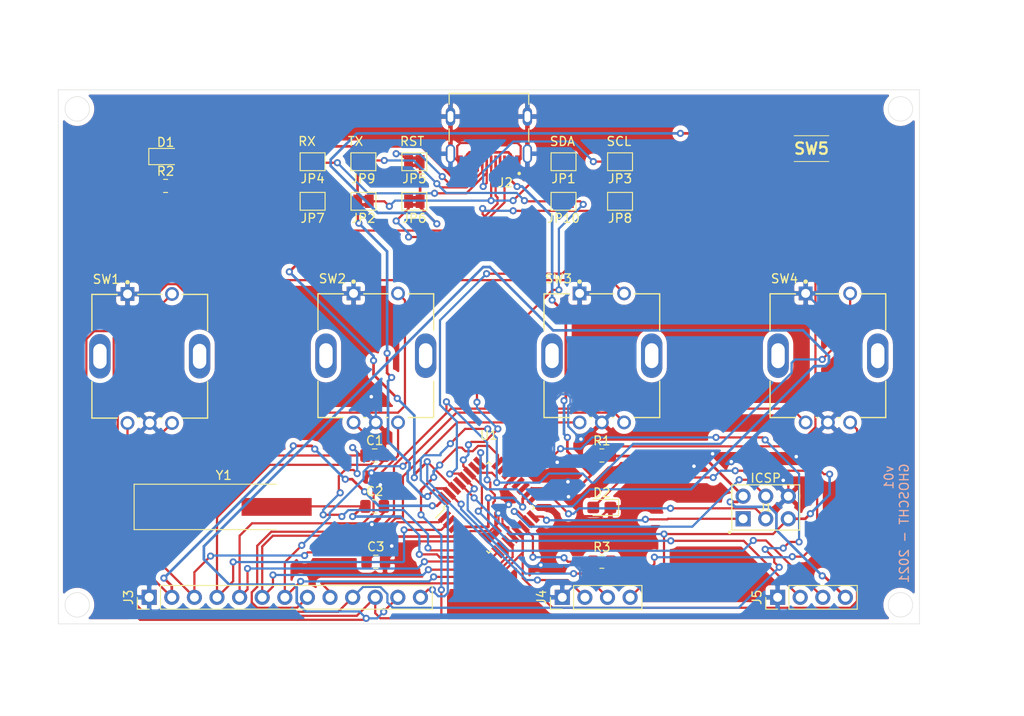
<source format=kicad_pcb>
(kicad_pcb (version 20171130) (host pcbnew "(5.1.10)-1")
  (title_block (title "LightControl Console") (date 2021-08-19) (rev v01) (comment 4 "Author: GHOSCHT"))
  (layers (0 F.Cu signal) (31 B.Cu signal) (34 B.Paste user) (35 F.Paste user) (36 B.SilkS user) (37 F.SilkS user) (38 B.Mask user) (39 F.Mask user) (44 Edge.Cuts user))
  (net 0 "")
  (net 1 "Net-(U1-Pad19)")
  (net 2 "Net-(U1-Pad20)")
  (net 3 "Net-(U1-Pad22)")
  (net 4 GND)
  (net 5 VCC)
  (net 6 XTAL1)
  (net 7 XTAL2)
  (net 8 "Net-(D1-Pad2)")
  (net 9 MOSI)
  (net 10 SCK)
  (net 11 MISO)
  (net 12 RST)
  (net 13 "Net-(J2-PadA6)")
  (net 14 "Net-(J2-PadB7)")
  (net 15 "Net-(J2-PadA5)")
  (net 16 "Net-(J2-PadB8)")
  (net 17 "Net-(J2-PadA7)")
  (net 18 "Net-(J2-PadB6)")
  (net 19 "Net-(J2-PadA8)")
  (net 20 "Net-(J2-PadB5)")
  (net 21 BTN4)
  (net 22 BTN3)
  (net 23 BTN2)
  (net 24 BTN1)
  (net 25 ENC4B)
  (net 26 ENC4A)
  (net 27 ENC3B)
  (net 28 ENC3A)
  (net 29 ENC2B)
  (net 30 ENC2A)
  (net 31 ENC1B)
  (net 32 ENC1A)
  (net 33 TX)
  (net 34 RX)
  (net 35 SDA)
  (net 36 SCL)
  (net 37 "Net-(D2-Pad2)")
  (net 38 LED)
  (net 39 "Net-(U1-Pad3)")
  (net 40 "Net-(U1-Pad6)")
  (module AVR-ISP:AVR-ISP (layer F.Cu) (at 177.3555 111.6965)
    (fp_text reference J1 (at 0 0) (layer F.SilkS) (effects (font (size 0.787402 0.787402))))
    (fp_text value AVR-ISP-6)
    (fp_text user ICSP (at 0 -3.302) (layer F.SilkS))
    (pad 6 thru_hole circle (at 2.54 -1.27) (size 1.7 1.7) (drill 1) (layers *.Cu *.Mask) (net 4 GND))
    (pad 5 thru_hole circle (at 2.54 1.27) (size 1.7 1.7) (drill 1) (layers *.Cu *.Mask) (net 12 RST))
    (pad 1 thru_hole rect (at -2.54 1.27) (size 1.7 1.7) (drill 1) (layers *.Cu *.Mask) (net 11 MISO))
    (pad 2 thru_hole circle (at -2.54 -1.27) (size 1.7 1.7) (drill 1) (layers *.Cu *.Mask) (net 5 VCC))
    (pad 3 thru_hole circle (at 0 1.27) (size 1.7 1.7) (drill 1) (layers *.Cu *.Mask) (net 10 SCK))
    (pad 4 thru_hole circle (at 0 -1.27) (size 1.7 1.7) (drill 1) (layers *.Cu *.Mask) (net 9 MOSI))
  )
  (module Crystal:Crystal_SMD_HC49-SD_HandSoldering (layer F.Cu) (at 116.459 111.633)
    (fp_text reference Y1 (at 0 -3.55) (layer F.SilkS))
    (fp_text value 16MHz)
    (pad 2 smd rect (at 5.9375 0) (size 7.875 2) (layers F.Cu F.Paste F.Mask) (net 7 XTAL2))
    (pad 1 smd rect (at -5.9375 0) (size 7.875 2) (layers F.Cu F.Paste F.Mask) (net 6 XTAL1))
  )
  (module Jumper:SolderJumper-2_P1.3mm_Open_Pad1.0x1.5mm (layer F.Cu) (at 154.6352 72.8472 180)
    (fp_text reference JP1 (at 0 -1.905) (layer F.SilkS))
    (fp_text value SolderJumper)
    (pad 1 smd rect (at -0.65 0 180) (size 1 1.5) (layers F.Cu F.Mask) (net 35 SDA))
    (pad 2 smd rect (at 0.65 0 180) (size 1 1.5) (layers F.Cu F.Mask) (net 13 "Net-(J2-PadA6)"))
  )
  (module HRO_TYPE-C-31-M-12:HRO_TYPE-C-31-M-12 (layer F.Cu) (at 146.2532 67.7672 180)
    (fp_text reference J2 (at -1.825 -7.435) (layer F.SilkS))
    (fp_text value TYPE-C-31-M-12)
    (pad A1B12 smd rect (at -3.25 -5.095 180) (size 0.6 1.45) (layers F.Cu F.Paste F.Mask) (net 4 GND))
    (pad A4B9 smd rect (at -2.45 -5.095 180) (size 0.6 1.45) (layers F.Cu F.Paste F.Mask) (net 5 VCC))
    (pad A6 smd rect (at -0.25 -5.095 180) (size 0.3 1.45) (layers F.Cu F.Paste F.Mask) (net 13 "Net-(J2-PadA6)"))
    (pad B7 smd rect (at -0.75 -5.095 180) (size 0.3 1.45) (layers F.Cu F.Paste F.Mask) (net 14 "Net-(J2-PadB7)"))
    (pad A5 smd rect (at -1.25 -5.095 180) (size 0.3 1.45) (layers F.Cu F.Paste F.Mask) (net 15 "Net-(J2-PadA5)"))
    (pad B8 smd rect (at -1.75 -5.095 180) (size 0.3 1.45) (layers F.Cu F.Paste F.Mask) (net 16 "Net-(J2-PadB8)"))
    (pad A7 smd rect (at 0.25 -5.095 180) (size 0.3 1.45) (layers F.Cu F.Paste F.Mask) (net 17 "Net-(J2-PadA7)"))
    (pad B6 smd rect (at 0.75 -5.095 180) (size 0.3 1.45) (layers F.Cu F.Paste F.Mask) (net 18 "Net-(J2-PadB6)"))
    (pad A8 smd rect (at 1.25 -5.095 180) (size 0.3 1.45) (layers F.Cu F.Paste F.Mask) (net 19 "Net-(J2-PadA8)"))
    (pad B5 smd rect (at 1.75 -5.095 180) (size 0.3 1.45) (layers F.Cu F.Paste F.Mask) (net 20 "Net-(J2-PadB5)"))
    (pad B4A9 smd rect (at 2.45 -5.095 180) (size 0.6 1.45) (layers F.Cu F.Paste F.Mask) (net 5 VCC))
    (pad B1A12 smd rect (at 3.25 -5.095 180) (size 0.6 1.45) (layers F.Cu F.Paste F.Mask) (net 4 GND))
    (pad S1 thru_hole oval (at -4.32 -4.18 180) (size 1.05 2.1) (drill oval 0.65 1.75) (layers *.Cu *.Mask) (net 4 GND))
    (pad S2 thru_hole oval (at 4.32 -4.18 180) (size 1.05 2.1) (drill oval 0.65 1.75) (layers *.Cu *.Mask) (net 4 GND))
    (pad S3 thru_hole oval (at -4.32 0 180) (size 1.05 2.1) (drill oval 0.65 1.25) (layers *.Cu *.Mask) (net 4 GND))
    (pad S4 thru_hole oval (at 4.32 0 180) (size 1.05 2.1) (drill oval 0.65 1.25) (layers *.Cu *.Mask) (net 4 GND))
    (pad None np_thru_hole circle (at -2.89 -3.65 180) (size 0.7 0.7) (drill 0.7) (layers *.Cu *.Mask))
    (pad None np_thru_hole circle (at 2.89 -3.65 180) (size 0.7 0.7) (drill 0.7) (layers *.Cu *.Mask))
  )
  (module Capacitor_SMD:C_0805_2012Metric_Pad1.18x1.45mm_HandSolder (layer F.Cu) (at 133.4135 105.8545)
    (fp_text reference C1 (at 0 -1.68) (layer F.SilkS))
    (fp_text value 22p)
    (pad 1 smd roundrect (at -1.0375 0) (size 1.175 1.45) (layers F.Cu F.Paste F.Mask) (roundrect_rratio 0.212766) (net 6 XTAL1))
    (pad 2 smd roundrect (at 1.0375 0) (size 1.175 1.45) (layers F.Cu F.Paste F.Mask) (roundrect_rratio 0.212766) (net 4 GND))
  )
  (module Capacitor_SMD:C_0805_2012Metric_Pad1.18x1.45mm_HandSolder (layer F.Cu) (at 133.4135 111.5695)
    (fp_text reference C2 (at 0 -1.68) (layer F.SilkS))
    (fp_text value 22p)
    (pad 2 smd roundrect (at 1.0375 0) (size 1.175 1.45) (layers F.Cu F.Paste F.Mask) (roundrect_rratio 0.212766) (net 4 GND))
    (pad 1 smd roundrect (at -1.0375 0) (size 1.175 1.45) (layers F.Cu F.Paste F.Mask) (roundrect_rratio 0.212766) (net 7 XTAL2))
  )
  (module Capacitor_SMD:C_0805_2012Metric_Pad1.18x1.45mm_HandSolder (layer F.Cu) (at 133.5405 117.7925)
    (fp_text reference C3 (at 0 -1.68) (layer F.SilkS))
    (fp_text value 100n)
    (pad 1 smd roundrect (at -1.0375 0) (size 1.175 1.45) (layers F.Cu F.Paste F.Mask) (roundrect_rratio 0.212766) (net 5 VCC))
    (pad 2 smd roundrect (at 1.0375 0) (size 1.175 1.45) (layers F.Cu F.Paste F.Mask) (roundrect_rratio 0.212766) (net 4 GND))
  )
  (module Jumper:SolderJumper-2_P1.3mm_Open_Pad1.0x1.5mm (layer F.Cu) (at 160.9852 72.8472 180)
    (fp_text reference JP3 (at 0 -1.905) (layer F.SilkS))
    (fp_text value SolderJumper)
    (pad 2 smd rect (at 0.65 0 180) (size 1 1.5) (layers F.Cu F.Mask) (net 17 "Net-(J2-PadA7)"))
    (pad 1 smd rect (at -0.65 0 180) (size 1 1.5) (layers F.Cu F.Mask) (net 36 SCL))
  )
  (module Jumper:SolderJumper-2_P1.3mm_Open_Pad1.0x1.5mm (layer F.Cu) (at 160.9852 77.2922)
    (fp_text reference JP8 (at 0 1.905) (layer F.SilkS))
    (fp_text value SolderJumper)
    (pad 2 smd rect (at 0.65 0) (size 1 1.5) (layers F.Cu F.Mask) (net 36 SCL))
    (pad 1 smd rect (at -0.65 0) (size 1 1.5) (layers F.Cu F.Mask) (net 14 "Net-(J2-PadB7)"))
  )
  (module Jumper:SolderJumper-2_P1.3mm_Open_Pad1.0x1.5mm (layer F.Cu) (at 154.6352 77.2922)
    (fp_text reference JP10 (at 0 1.905) (layer F.SilkS))
    (fp_text value SolderJumper)
    (pad 2 smd rect (at 0.65 0) (size 1 1.5) (layers F.Cu F.Mask) (net 35 SDA))
    (pad 1 smd rect (at -0.65 0) (size 1 1.5) (layers F.Cu F.Mask) (net 18 "Net-(J2-PadB6)"))
  )
  (module Resistor_SMD:R_0805_2012Metric_Pad1.20x1.40mm_HandSolder (layer F.Cu) (at 158.9405 105.8545)
    (fp_text reference R1 (at 0 -1.65) (layer F.SilkS))
    (fp_text value 10k)
    (pad 1 smd roundrect (at -1 0) (size 1.2 1.4) (layers F.Cu F.Paste F.Mask) (roundrect_rratio 0.208333) (net 12 RST))
    (pad 2 smd roundrect (at 1 0) (size 1.2 1.4) (layers F.Cu F.Paste F.Mask) (roundrect_rratio 0.208333) (net 5 VCC))
  )
  (module LED_SMD:LED_0805_2012Metric_Castellated (layer F.Cu) (at 109.9185 72.263)
    (fp_text reference D1 (at 0 -1.6) (layer F.SilkS))
    (fp_text value 17-21/BHC-XL2M2TY/3T)
    (pad 1 smd roundrect (at -0.9625 0) (size 1.325 1.3) (layers F.Cu F.Paste F.Mask) (roundrect_rratio 0.192308) (net 4 GND))
    (pad 2 smd roundrect (at 0.9625 0) (size 1.325 1.3) (layers F.Cu F.Paste F.Mask) (roundrect_rratio 0.192308) (net 8 "Net-(D1-Pad2)"))
  )
  (module Resistor_SMD:R_0805_2012Metric_Pad1.20x1.40mm_HandSolder (layer F.Cu) (at 109.9185 75.565)
    (fp_text reference R2 (at 0 -1.65) (layer F.SilkS))
    (fp_text value 200)
    (pad 1 smd roundrect (at -1 0) (size 1.2 1.4) (layers F.Cu F.Paste F.Mask) (roundrect_rratio 0.208333) (net 8 "Net-(D1-Pad2)"))
    (pad 2 smd roundrect (at 1 0) (size 1.2 1.4) (layers F.Cu F.Paste F.Mask) (roundrect_rratio 0.208333) (net 5 VCC))
  )
  (module Jumper:SolderJumper-2_P1.3mm_Bridged2Bar_Pad1.0x1.5mm (layer F.Cu) (at 132.1562 77.2922)
    (fp_text reference JP2 (at 0 1.905) (layer F.SilkS))
    (fp_text value SolderJumper_Bridged)
    (fp_poly (pts (xy -0.25 -0.6) (xy 0.25 -0.6) (xy 0.25 -0.2) (xy -0.25 -0.2)) (layer F.Cu) (width 0))
    (fp_poly (pts (xy -0.25 0.2) (xy 0.25 0.2) (xy 0.25 0.6) (xy -0.25 0.6)) (layer F.Cu) (width 0))
    (pad 2 smd rect (at 0.65 0) (size 1 1.5) (layers F.Cu F.Mask) (net 13 "Net-(J2-PadA6)"))
    (pad 1 smd rect (at -0.65 0) (size 1 1.5) (layers F.Cu F.Mask) (net 33 TX))
  )
  (module Jumper:SolderJumper-2_P1.3mm_Bridged2Bar_Pad1.0x1.5mm (layer F.Cu) (at 126.4412 72.8472)
    (fp_text reference JP4 (at 0 1.905) (layer F.SilkS))
    (fp_text value SolderJumper_Bridged)
    (fp_poly (pts (xy -0.25 0.2) (xy 0.25 0.2) (xy 0.25 0.6) (xy -0.25 0.6)) (layer F.Cu) (width 0))
    (fp_poly (pts (xy -0.25 -0.6) (xy 0.25 -0.6) (xy 0.25 -0.2) (xy -0.25 -0.2)) (layer F.Cu) (width 0))
    (pad 1 smd rect (at -0.65 0) (size 1 1.5) (layers F.Cu F.Mask) (net 34 RX))
    (pad 2 smd rect (at 0.65 0) (size 1 1.5) (layers F.Cu F.Mask) (net 17 "Net-(J2-PadA7)"))
  )
  (module Jumper:SolderJumper-2_P1.3mm_Bridged2Bar_Pad1.0x1.5mm (layer F.Cu) (at 137.8712 72.8472 180)
    (fp_text reference JP5 (at 0 -1.905) (layer F.SilkS))
    (fp_text value SolderJumper_Bridged)
    (fp_poly (pts (xy -0.25 -0.6) (xy 0.25 -0.6) (xy 0.25 -0.2) (xy -0.25 -0.2)) (layer F.Cu) (width 0))
    (fp_poly (pts (xy -0.25 0.2) (xy 0.25 0.2) (xy 0.25 0.6) (xy -0.25 0.6)) (layer F.Cu) (width 0))
    (pad 2 smd rect (at 0.65 0 180) (size 1 1.5) (layers F.Cu F.Mask) (net 19 "Net-(J2-PadA8)"))
    (pad 1 smd rect (at -0.65 0 180) (size 1 1.5) (layers F.Cu F.Mask) (net 12 RST))
  )
  (module Jumper:SolderJumper-2_P1.3mm_Bridged2Bar_Pad1.0x1.5mm (layer F.Cu) (at 137.8712 77.2922)
    (fp_text reference JP6 (at 0 1.905) (layer F.SilkS))
    (fp_text value SolderJumper_Bridged)
    (fp_poly (pts (xy -0.25 0.2) (xy 0.25 0.2) (xy 0.25 0.6) (xy -0.25 0.6)) (layer F.Cu) (width 0))
    (fp_poly (pts (xy -0.25 -0.6) (xy 0.25 -0.6) (xy 0.25 -0.2) (xy -0.25 -0.2)) (layer F.Cu) (width 0))
    (pad 1 smd rect (at -0.65 0) (size 1 1.5) (layers F.Cu F.Mask) (net 16 "Net-(J2-PadB8)"))
    (pad 2 smd rect (at 0.65 0) (size 1 1.5) (layers F.Cu F.Mask) (net 12 RST))
  )
  (module Jumper:SolderJumper-2_P1.3mm_Bridged2Bar_Pad1.0x1.5mm (layer F.Cu) (at 126.4412 77.2922 180)
    (fp_text reference JP7 (at 0 -1.905) (layer F.SilkS))
    (fp_text value SolderJumper_Bridged)
    (fp_poly (pts (xy -0.25 0.2) (xy 0.25 0.2) (xy 0.25 0.6) (xy -0.25 0.6)) (layer F.Cu) (width 0))
    (fp_poly (pts (xy -0.25 -0.6) (xy 0.25 -0.6) (xy 0.25 -0.2) (xy -0.25 -0.2)) (layer F.Cu) (width 0))
    (pad 1 smd rect (at -0.65 0 180) (size 1 1.5) (layers F.Cu F.Mask) (net 14 "Net-(J2-PadB7)"))
    (pad 2 smd rect (at 0.65 0 180) (size 1 1.5) (layers F.Cu F.Mask) (net 34 RX))
  )
  (module Jumper:SolderJumper-2_P1.3mm_Bridged2Bar_Pad1.0x1.5mm (layer F.Cu) (at 132.1412 72.8472 180)
    (fp_text reference JP9 (at 0 -1.905) (layer F.SilkS))
    (fp_text value SolderJumper_Bridged)
    (fp_poly (pts (xy -0.25 -0.6) (xy 0.25 -0.6) (xy 0.25 -0.2) (xy -0.25 -0.2)) (layer F.Cu) (width 0))
    (fp_poly (pts (xy -0.25 0.2) (xy 0.25 0.2) (xy 0.25 0.6) (xy -0.25 0.6)) (layer F.Cu) (width 0))
    (pad 2 smd rect (at 0.65 0 180) (size 1 1.5) (layers F.Cu F.Mask) (net 33 TX))
    (pad 1 smd rect (at -0.65 0 180) (size 1 1.5) (layers F.Cu F.Mask) (net 18 "Net-(J2-PadB6)"))
  )
  (module SKRKAEE020:SKRKAEE020 (layer F.Cu) (at 182.499 71.374)
    (fp_text reference SW5 (at 0 0) (layer F.SilkS) (effects (font (size 1.27 1.27) (thickness 0.254))))
    (fp_text value SW_Push hide)
    (pad 1 smd rect (at -2.1 0) (size 0.8 2) (layers F.Cu F.Paste F.Mask) (net 12 RST))
    (pad 2 smd rect (at 2.1 0) (size 0.8 2) (layers F.Cu F.Paste F.Mask) (net 4 GND))
  )
  (module LED_SMD:LED_0805_2012Metric_Castellated (layer F.Cu) (at 158.9405 111.6965 180)
    (fp_text reference D2 (at 0 1.651) (layer F.SilkS))
    (fp_text value 17-21/BHC-XL2M2TY/3T)
    (pad 1 smd roundrect (at -0.9625 0 180) (size 1.325 1.3) (layers F.Cu F.Paste F.Mask) (roundrect_rratio 0.192308) (net 4 GND))
    (pad 2 smd roundrect (at 0.9625 0 180) (size 1.325 1.3) (layers F.Cu F.Paste F.Mask) (roundrect_rratio 0.192308) (net 37 "Net-(D2-Pad2)"))
  )
  (module Resistor_SMD:R_0805_2012Metric_Pad1.20x1.40mm_HandSolder (layer F.Cu) (at 158.9405 117.7925 180)
    (fp_text reference R3 (at 0 1.651) (layer F.SilkS))
    (fp_text value 200)
    (pad 1 smd roundrect (at -1 0 180) (size 1.2 1.4) (layers F.Cu F.Paste F.Mask) (roundrect_rratio 0.208333) (net 37 "Net-(D2-Pad2)"))
    (pad 2 smd roundrect (at 1 0 180) (size 1.2 1.4) (layers F.Cu F.Paste F.Mask) (roundrect_rratio 0.208333) (net 38 LED))
  )
  (module Package_QFP:TQFP-32_7x7mm_P0.8mm (layer F.Cu) (at 146.2405 111.6965 45)
    (fp_text reference U1 (at 5.747364 -5.747364 180) (layer F.SilkS))
    (fp_text value ATmega328PB-AU)
    (pad 1 smd rect (at -4.25 -2.8 45) (size 1.6 0.55) (layers F.Cu F.Paste F.Mask) (net 31 ENC1B))
    (pad 2 smd rect (at -4.25 -2 45) (size 1.6 0.55) (layers F.Cu F.Paste F.Mask) (net 30 ENC2A))
    (pad 3 smd rect (at -4.25 -1.2 45) (size 1.6 0.55) (layers F.Cu F.Paste F.Mask) (net 39 "Net-(U1-Pad3)"))
    (pad 4 smd rect (at -4.25 -0.4 45) (size 1.6 0.55) (layers F.Cu F.Paste F.Mask) (net 5 VCC))
    (pad 5 smd rect (at -4.25 0.4 45) (size 1.6 0.55) (layers F.Cu F.Paste F.Mask) (net 4 GND))
    (pad 6 smd rect (at -4.25 1.2 45) (size 1.6 0.55) (layers F.Cu F.Paste F.Mask) (net 40 "Net-(U1-Pad6)"))
    (pad 7 smd rect (at -4.25 2 45) (size 1.6 0.55) (layers F.Cu F.Paste F.Mask) (net 6 XTAL1))
    (pad 8 smd rect (at -4.25 2.8 45) (size 1.6 0.55) (layers F.Cu F.Paste F.Mask) (net 7 XTAL2))
    (pad 9 smd rect (at -2.8 4.25 135) (size 1.6 0.55) (layers F.Cu F.Paste F.Mask) (net 29 ENC2B))
    (pad 10 smd rect (at -2 4.25 135) (size 1.6 0.55) (layers F.Cu F.Paste F.Mask) (net 28 ENC3A))
    (pad 11 smd rect (at -1.2 4.25 135) (size 1.6 0.55) (layers F.Cu F.Paste F.Mask) (net 27 ENC3B))
    (pad 12 smd rect (at -0.4 4.25 135) (size 1.6 0.55) (layers F.Cu F.Paste F.Mask) (net 26 ENC4A))
    (pad 13 smd rect (at 0.4 4.25 135) (size 1.6 0.55) (layers F.Cu F.Paste F.Mask) (net 25 ENC4B))
    (pad 14 smd rect (at 1.2 4.25 135) (size 1.6 0.55) (layers F.Cu F.Paste F.Mask) (net 38 LED))
    (pad 15 smd rect (at 2 4.25 135) (size 1.6 0.55) (layers F.Cu F.Paste F.Mask) (net 9 MOSI))
    (pad 16 smd rect (at 2.8 4.25 135) (size 1.6 0.55) (layers F.Cu F.Paste F.Mask) (net 11 MISO))
    (pad 17 smd rect (at 4.25 2.8 45) (size 1.6 0.55) (layers F.Cu F.Paste F.Mask) (net 10 SCK))
    (pad 18 smd rect (at 4.25 2 45) (size 1.6 0.55) (layers F.Cu F.Paste F.Mask) (net 5 VCC))
    (pad 19 smd rect (at 4.25 1.2 45) (size 1.6 0.55) (layers F.Cu F.Paste F.Mask) (net 1 "Net-(U1-Pad19)"))
    (pad 20 smd rect (at 4.25 0.4 45) (size 1.6 0.55) (layers F.Cu F.Paste F.Mask) (net 2 "Net-(U1-Pad20)"))
    (pad 21 smd rect (at 4.25 -0.4 45) (size 1.6 0.55) (layers F.Cu F.Paste F.Mask) (net 4 GND))
    (pad 22 smd rect (at 4.25 -1.2 45) (size 1.6 0.55) (layers F.Cu F.Paste F.Mask) (net 3 "Net-(U1-Pad22)"))
    (pad 23 smd rect (at 4.25 -2 45) (size 1.6 0.55) (layers F.Cu F.Paste F.Mask) (net 24 BTN1))
    (pad 24 smd rect (at 4.25 -2.8 45) (size 1.6 0.55) (layers F.Cu F.Paste F.Mask) (net 23 BTN2))
    (pad 25 smd rect (at 2.8 -4.25 135) (size 1.6 0.55) (layers F.Cu F.Paste F.Mask) (net 22 BTN3))
    (pad 26 smd rect (at 2 -4.25 135) (size 1.6 0.55) (layers F.Cu F.Paste F.Mask) (net 21 BTN4))
    (pad 27 smd rect (at 1.2 -4.25 135) (size 1.6 0.55) (layers F.Cu F.Paste F.Mask) (net 35 SDA))
    (pad 28 smd rect (at 0.4 -4.25 135) (size 1.6 0.55) (layers F.Cu F.Paste F.Mask) (net 36 SCL))
    (pad 29 smd rect (at -0.4 -4.25 135) (size 1.6 0.55) (layers F.Cu F.Paste F.Mask) (net 12 RST))
    (pad 30 smd rect (at -1.2 -4.25 135) (size 1.6 0.55) (layers F.Cu F.Paste F.Mask) (net 34 RX))
    (pad 31 smd rect (at -2 -4.25 135) (size 1.6 0.55) (layers F.Cu F.Paste F.Mask) (net 33 TX))
    (pad 32 smd rect (at -2.8 -4.25 135) (size 1.6 0.55) (layers F.Cu F.Paste F.Mask) (net 32 ENC1A))
  )
  (module Connector_PinHeader_2.54mm:PinHeader_1x13_P2.54mm_Vertical (layer F.Cu) (at 108.077 121.793 90)
    (fp_text reference J3 (at 0 -2.33 90) (layer F.SilkS))
    (fp_text value Conn_01x13)
    (pad 1 thru_hole rect (at 0 0 90) (size 1.7 1.7) (drill 1) (layers *.Cu *.Mask) (net 4 GND))
    (pad 2 thru_hole oval (at 0 2.54 90) (size 1.7 1.7) (drill 1) (layers *.Cu *.Mask) (net 32 ENC1A))
    (pad 3 thru_hole oval (at 0 5.08 90) (size 1.7 1.7) (drill 1) (layers *.Cu *.Mask) (net 31 ENC1B))
    (pad 4 thru_hole oval (at 0 7.62 90) (size 1.7 1.7) (drill 1) (layers *.Cu *.Mask) (net 30 ENC2A))
    (pad 5 thru_hole oval (at 0 10.16 90) (size 1.7 1.7) (drill 1) (layers *.Cu *.Mask) (net 29 ENC2B))
    (pad 6 thru_hole oval (at 0 12.7 90) (size 1.7 1.7) (drill 1) (layers *.Cu *.Mask) (net 28 ENC3A))
    (pad 7 thru_hole oval (at 0 15.24 90) (size 1.7 1.7) (drill 1) (layers *.Cu *.Mask) (net 27 ENC3B))
    (pad 8 thru_hole oval (at 0 17.78 90) (size 1.7 1.7) (drill 1) (layers *.Cu *.Mask) (net 26 ENC4A))
    (pad 9 thru_hole oval (at 0 20.32 90) (size 1.7 1.7) (drill 1) (layers *.Cu *.Mask) (net 25 ENC4B))
    (pad 10 thru_hole oval (at 0 22.86 90) (size 1.7 1.7) (drill 1) (layers *.Cu *.Mask) (net 24 BTN1))
    (pad 11 thru_hole oval (at 0 25.4 90) (size 1.7 1.7) (drill 1) (layers *.Cu *.Mask) (net 23 BTN2))
    (pad 12 thru_hole oval (at 0 27.94 90) (size 1.7 1.7) (drill 1) (layers *.Cu *.Mask) (net 22 BTN3))
    (pad 13 thru_hole oval (at 0 30.48 90) (size 1.7 1.7) (drill 1) (layers *.Cu *.Mask) (net 21 BTN4))
  )
  (module Connector_PinHeader_2.54mm:PinHeader_1x04_P2.54mm_Vertical (layer F.Cu) (at 154.4955 121.793 90)
    (fp_text reference J4 (at 0 -2.33 90) (layer F.SilkS))
    (fp_text value Conn_01x04)
    (pad 1 thru_hole rect (at 0 0 90) (size 1.7 1.7) (drill 1) (layers *.Cu *.Mask) (net 4 GND))
    (pad 2 thru_hole oval (at 0 2.54 90) (size 1.7 1.7) (drill 1) (layers *.Cu *.Mask) (net 34 RX))
    (pad 3 thru_hole oval (at 0 5.08 90) (size 1.7 1.7) (drill 1) (layers *.Cu *.Mask) (net 33 TX))
    (pad 4 thru_hole oval (at 0 7.62 90) (size 1.7 1.7) (drill 1) (layers *.Cu *.Mask) (net 12 RST))
  )
  (module Connector_PinHeader_2.54mm:PinHeader_1x04_P2.54mm_Vertical (layer F.Cu) (at 178.689 121.793 90)
    (fp_text reference J5 (at 0 -2.33 90) (layer F.SilkS))
    (fp_text value Conn_01x04)
    (pad 1 thru_hole rect (at 0 0 90) (size 1.7 1.7) (drill 1) (layers *.Cu *.Mask) (net 4 GND))
    (pad 2 thru_hole oval (at 0 2.54 90) (size 1.7 1.7) (drill 1) (layers *.Cu *.Mask) (net 35 SDA))
    (pad 3 thru_hole oval (at 0 5.08 90) (size 1.7 1.7) (drill 1) (layers *.Cu *.Mask) (net 36 SCL))
    (pad 4 thru_hole oval (at 0 7.62 90) (size 1.7 1.7) (drill 1) (layers *.Cu *.Mask) (net 5 VCC))
  )
  (module Bourns-PEC11R-4220F-S0012:Bourns-PEC11R-4220F-S0012-MFG (layer F.Cu) (at 108.1405 94.7039)
    (fp_text reference SW1 (at -6.5 -8.65) (layer F.SilkS) (effects (justify left)))
    (fp_text value PEC11R-4220F-S0012)
    (pad S1 thru_hole rect (at -2.5 -7) (size 1.55 1.55) (drill 1) (layers *.Cu *.Mask) (net 4 GND))
    (pad S2 thru_hole circle (at 2.5 -7) (size 1.55 1.55) (drill 1) (layers *.Cu *.Mask) (net 24 BTN1))
    (pad A thru_hole circle (at -2.5 7.5) (size 1.55 1.55) (drill 1) (layers *.Cu *.Mask) (net 32 ENC1A))
    (pad C thru_hole circle (at 0 7.5) (size 1.55 1.55) (drill 1) (layers *.Cu *.Mask) (net 4 GND))
    (pad B thru_hole circle (at 2.5 7.5) (size 1.55 1.55) (drill 1) (layers *.Cu *.Mask) (net 31 ENC1B))
    (pad 3 thru_hole roundrect (at -5.6 0) (size 2.4 5) (drill oval 1.5 2.8) (layers *.Cu *.Mask) (roundrect_rratio 0.5))
    (pad 4 thru_hole roundrect (at 5.6 0) (size 2.4 5) (drill oval 1.5 2.8) (layers *.Cu *.Mask) (roundrect_rratio 0.5))
  )
  (module Bourns-PEC11R-4220F-S0012:Bourns-PEC11R-4220F-S0012-MFG (layer F.Cu) (at 133.5405 94.6404)
    (fp_text reference SW2 (at -6.5 -8.65) (layer F.SilkS) (effects (justify left)))
    (fp_text value PEC11R-4220F-S0012)
    (pad 4 thru_hole roundrect (at 5.6 0) (size 2.4 5) (drill oval 1.5 2.8) (layers *.Cu *.Mask) (roundrect_rratio 0.5))
    (pad 3 thru_hole roundrect (at -5.6 0) (size 2.4 5) (drill oval 1.5 2.8) (layers *.Cu *.Mask) (roundrect_rratio 0.5))
    (pad B thru_hole circle (at 2.5 7.5) (size 1.55 1.55) (drill 1) (layers *.Cu *.Mask) (net 29 ENC2B))
    (pad C thru_hole circle (at 0 7.5) (size 1.55 1.55) (drill 1) (layers *.Cu *.Mask) (net 4 GND))
    (pad A thru_hole circle (at -2.5 7.5) (size 1.55 1.55) (drill 1) (layers *.Cu *.Mask) (net 30 ENC2A))
    (pad S2 thru_hole circle (at 2.5 -7) (size 1.55 1.55) (drill 1) (layers *.Cu *.Mask) (net 23 BTN2))
    (pad S1 thru_hole rect (at -2.5 -7) (size 1.55 1.55) (drill 1) (layers *.Cu *.Mask) (net 4 GND))
  )
  (module Bourns-PEC11R-4220F-S0012:Bourns-PEC11R-4220F-S0012-MFG (layer F.Cu) (at 158.9405 94.6404)
    (fp_text reference SW3 (at -6.5 -8.65) (layer F.SilkS) (effects (justify left)))
    (fp_text value PEC11R-4220F-S0012)
    (pad S1 thru_hole rect (at -2.5 -7) (size 1.55 1.55) (drill 1) (layers *.Cu *.Mask) (net 4 GND))
    (pad S2 thru_hole circle (at 2.5 -7) (size 1.55 1.55) (drill 1) (layers *.Cu *.Mask) (net 22 BTN3))
    (pad A thru_hole circle (at -2.5 7.5) (size 1.55 1.55) (drill 1) (layers *.Cu *.Mask) (net 28 ENC3A))
    (pad C thru_hole circle (at 0 7.5) (size 1.55 1.55) (drill 1) (layers *.Cu *.Mask) (net 4 GND))
    (pad B thru_hole circle (at 2.5 7.5) (size 1.55 1.55) (drill 1) (layers *.Cu *.Mask) (net 27 ENC3B))
    (pad 3 thru_hole roundrect (at -5.6 0) (size 2.4 5) (drill oval 1.5 2.8) (layers *.Cu *.Mask) (roundrect_rratio 0.5))
    (pad 4 thru_hole roundrect (at 5.6 0) (size 2.4 5) (drill oval 1.5 2.8) (layers *.Cu *.Mask) (roundrect_rratio 0.5))
  )
  (module Bourns-PEC11R-4220F-S0012:Bourns-PEC11R-4220F-S0012-MFG (layer F.Cu) (at 184.3405 94.6404)
    (fp_text reference SW4 (at -6.5 -8.65) (layer F.SilkS) (effects (justify left)))
    (fp_text value PEC11R-4220F-S0012)
    (pad 4 thru_hole roundrect (at 5.6 0) (size 2.4 5) (drill oval 1.5 2.8) (layers *.Cu *.Mask) (roundrect_rratio 0.5))
    (pad 3 thru_hole roundrect (at -5.6 0) (size 2.4 5) (drill oval 1.5 2.8) (layers *.Cu *.Mask) (roundrect_rratio 0.5))
    (pad B thru_hole circle (at 2.5 7.5) (size 1.55 1.55) (drill 1) (layers *.Cu *.Mask) (net 25 ENC4B))
    (pad C thru_hole circle (at 0 7.5) (size 1.55 1.55) (drill 1) (layers *.Cu *.Mask) (net 4 GND))
    (pad A thru_hole circle (at -2.5 7.5) (size 1.55 1.55) (drill 1) (layers *.Cu *.Mask) (net 26 ENC4A))
    (pad S2 thru_hole circle (at 2.5 -7) (size 1.55 1.55) (drill 1) (layers *.Cu *.Mask) (net 21 BTN4))
    (pad S1 thru_hole rect (at -2.5 -7) (size 1.55 1.55) (drill 1) (layers *.Cu *.Mask) (net 4 GND))
  )
  (gr_text "GHOSCHT - 2021" (at 192.913 113.4745 90) (layer B.SilkS) (effects (font (size 1 1)) (justify mirror)))
  (gr_text v01 (at 191.1985 108.331 90) (layer B.SilkS) (effects (font (size 1 1)) (justify mirror)))
  (gr_line (start 194.6275 64.77) (end 194.6275 124.7775) (layer Edge.Cuts) (width 0.05))
  (gr_line (start 97.8535 64.77) (end 97.8535 124.7775) (layer Edge.Cuts) (width 0.05))
  (gr_circle (center 192.4905 66.909) (end 193.8655 66.909) (layer Edge.Cuts) (width 0.05))
  (gr_circle (center 99.9905 66.907) (end 101.3655 66.907) (layer Edge.Cuts) (width 0.05))
  (gr_circle (center 99.9905 122.6405) (end 101.3655 122.6405) (layer Edge.Cuts) (width 0.05))
  (gr_circle (center 192.4885 122.6335) (end 193.8635 122.6335) (layer Edge.Cuts) (width 0.05))
  (gr_line (start 194.6275 64.77) (end 97.8535 64.77) (layer Edge.Cuts) (width 0.05))
  (gr_line (start 97.8535 124.7775) (end 194.6275 124.7775) (layer Edge.Cuts) (width 0.05))
  (gr_text RST (at 137.6172 70.5612) (layer F.SilkS) (effects (font (size 1 1))))
  (gr_text TX (at 131.2672 70.5612) (layer F.SilkS) (effects (font (size 1 1))))
  (gr_text RX (at 125.8062 70.5612) (layer F.SilkS) (effects (font (size 1 1))))
  (gr_text SCL (at 160.8582 70.5612) (layer F.SilkS) (effects (font (size 1 1))))
  (gr_text SDA (at 154.5082 70.5612) (layer F.SilkS) (effects (font (size 1 1))))
  (segment (start 149.818201 71.093199) (end 149.818201 72.547199) (width 0.25) (layer F.Cu) (net 4))
  (segment (start 149.467201 70.742199) (end 149.818201 71.093199) (width 0.25) (layer F.Cu) (net 4))
  (segment (start 143.039199 70.742199) (end 149.467201 70.742199) (width 0.25) (layer F.Cu) (net 4))
  (segment (start 142.688199 71.093199) (end 143.039199 70.742199) (width 0.25) (layer F.Cu) (net 4))
  (segment (start 142.688199 72.327799) (end 142.688199 71.093199) (width 0.25) (layer F.Cu) (net 4))
  (segment (start 143.0032 72.6428) (end 142.688199 72.327799) (width 0.25) (layer F.Cu) (net 4))
  (segment (start 149.818201 72.547199) (end 149.5032 72.8622) (width 0.25) (layer F.Cu) (net 4))
  (segment (start 143.0032 72.8622) (end 143.0032 72.6428) (width 0.25) (layer F.Cu) (net 4))
  (segment (start 143.518139 114.984547) (end 142.985687 115.516999) (width 0.25) (layer F.Cu) (net 4))
  (segment (start 136.866489 115.504011) (end 134.578 117.7925) (width 0.25) (layer F.Cu) (net 4))
  (segment (start 142.998675 115.504011) (end 136.866489 115.504011) (width 0.25) (layer F.Cu) (net 4))
  (segment (start 143.518139 114.984547) (end 142.998675 115.504011) (width 0.25) (layer F.Cu) (net 4))
  (via (at 135.330081 116.026081) (size 0.8) (drill 0.4) (layers F.Cu B.Cu) (net 4))
  (segment (start 134.578 116.778162) (end 135.330081 116.026081) (width 0.25) (layer F.Cu) (net 4))
  (segment (start 134.578 117.7925) (end 134.578 116.778162) (width 0.25) (layer F.Cu) (net 4))
  (via (at 133.096 113.6015) (size 0.8) (drill 0.4) (layers F.Cu B.Cu) (net 4))
  (segment (start 133.096 113.792) (end 133.096 113.6015) (width 0.25) (layer B.Cu) (net 4))
  (segment (start 135.330081 116.026081) (end 133.096 113.792) (width 0.25) (layer B.Cu) (net 4))
  (segment (start 134.451 112.2465) (end 134.451 111.5695) (width 0.25) (layer F.Cu) (net 4))
  (segment (start 133.096 113.6015) (end 134.451 112.2465) (width 0.25) (layer F.Cu) (net 4))
  (segment (start 134.451 109.559) (end 134.0485 109.1565) (width 0.25) (layer F.Cu) (net 4))
  (via (at 134.0485 109.1565) (size 0.8) (drill 0.4) (layers F.Cu B.Cu) (net 4))
  (segment (start 134.451 111.5695) (end 134.451 109.559) (width 0.25) (layer F.Cu) (net 4))
  (via (at 133.053342 107.811464) (size 0.8) (drill 0.4) (layers F.Cu B.Cu) (net 4))
  (segment (start 134.0485 108.806622) (end 133.053342 107.811464) (width 0.25) (layer B.Cu) (net 4))
  (segment (start 134.0485 109.1565) (end 134.0485 108.806622) (width 0.25) (layer B.Cu) (net 4))
  (segment (start 134.451 106.413806) (end 134.451 105.8545) (width 0.25) (layer F.Cu) (net 4))
  (segment (start 133.053342 107.811464) (end 134.451 106.413806) (width 0.25) (layer F.Cu) (net 4))
  (via (at 179.324 108.6485) (size 0.8) (drill 0.4) (layers F.Cu B.Cu) (net 4))
  (segment (start 179.8955 109.22) (end 179.324 108.6485) (width 0.25) (layer F.Cu) (net 4))
  (segment (start 179.8955 110.4265) (end 179.8955 109.22) (width 0.25) (layer F.Cu) (net 4))
  (via (at 173.482 106.553) (size 0.8) (drill 0.4) (layers F.Cu B.Cu) (net 4))
  (segment (start 177.2285 106.553) (end 173.482 106.553) (width 0.25) (layer B.Cu) (net 4))
  (segment (start 179.324 108.6485) (end 177.2285 106.553) (width 0.25) (layer B.Cu) (net 4))
  (via (at 169.291 107.061) (size 0.8) (drill 0.4) (layers F.Cu B.Cu) (net 4))
  (segment (start 160.98781 107.061) (end 169.291 107.061) (width 0.25) (layer F.Cu) (net 4))
  (via (at 171.3865 105.664) (size 0.8) (drill 0.4) (layers F.Cu B.Cu) (net 4))
  (segment (start 169.9895 107.061) (end 171.3865 105.664) (width 0.25) (layer B.Cu) (net 4))
  (segment (start 169.291 107.061) (end 169.9895 107.061) (width 0.25) (layer B.Cu) (net 4))
  (segment (start 172.593 105.664) (end 173.482 106.553) (width 0.25) (layer F.Cu) (net 4))
  (segment (start 171.3865 105.664) (end 172.593 105.664) (width 0.25) (layer F.Cu) (net 4))
  (segment (start 142.8482 72.8622) (end 141.9332 71.9472) (width 0.25) (layer F.Cu) (net 4))
  (segment (start 143.0032 72.8622) (end 142.8482 72.8622) (width 0.25) (layer F.Cu) (net 4))
  (segment (start 134.451 103.0509) (end 134.451 105.8545) (width 0.25) (layer F.Cu) (net 4))
  (segment (start 133.5405 102.1404) (end 134.451 103.0509) (width 0.25) (layer F.Cu) (net 4))
  (via (at 133.0325 99.2505) (size 0.8) (drill 0.4) (layers F.Cu B.Cu) (net 4))
  (segment (start 133.5405 99.7585) (end 133.0325 99.2505) (width 0.25) (layer B.Cu) (net 4))
  (segment (start 133.5405 102.1404) (end 133.5405 99.7585) (width 0.25) (layer B.Cu) (net 4))
  (segment (start 131.0405 97.2585) (end 131.0405 87.6404) (width 0.25) (layer F.Cu) (net 4))
  (segment (start 133.0325 99.2505) (end 131.0405 97.2585) (width 0.25) (layer F.Cu) (net 4))
  (via (at 180.7845 105.9815) (size 0.8) (drill 0.4) (layers F.Cu B.Cu) (net 4))
  (segment (start 174.0535 105.9815) (end 173.482 106.553) (width 0.25) (layer F.Cu) (net 4))
  (segment (start 180.7845 105.9815) (end 174.0535 105.9815) (width 0.25) (layer F.Cu) (net 4))
  (segment (start 180.7845 105.6964) (end 180.7845 105.9815) (width 0.25) (layer B.Cu) (net 4))
  (segment (start 184.3405 102.1404) (end 180.7845 105.6964) (width 0.25) (layer B.Cu) (net 4))
  (segment (start 154.208444 107.888989) (end 155.1305 108.811045) (width 0.25) (layer F.Cu) (net 4))
  (via (at 155.1305 108.811045) (size 0.8) (drill 0.4) (layers F.Cu B.Cu) (net 4))
  (segment (start 148.962861 108.408453) (end 149.482325 107.888989) (width 0.25) (layer F.Cu) (net 4))
  (via (at 155.194 110.49) (size 0.8) (drill 0.4) (layers F.Cu B.Cu) (net 4))
  (segment (start 155.1305 110.4265) (end 155.194 110.49) (width 0.25) (layer B.Cu) (net 4))
  (segment (start 155.1305 108.811045) (end 155.1305 110.4265) (width 0.25) (layer B.Cu) (net 4))
  (segment (start 157.55881 110.49) (end 155.194 110.49) (width 0.25) (layer F.Cu) (net 4))
  (segment (start 160.98781 107.061) (end 157.55881 110.49) (width 0.25) (layer F.Cu) (net 4))
  (segment (start 185.115499 90.915399) (end 181.8405 87.6404) (width 0.25) (layer B.Cu) (net 4))
  (segment (start 185.115499 101.365401) (end 185.115499 90.915399) (width 0.25) (layer B.Cu) (net 4))
  (segment (start 184.3405 102.1404) (end 185.115499 101.365401) (width 0.25) (layer B.Cu) (net 4))
  (via (at 147.324653 112.326847) (size 0.8) (drill 0.4) (layers F.Cu B.Cu) (net 4))
  (segment (start 147.324653 113.395996) (end 147.324653 112.326847) (width 0.25) (layer F.Cu) (net 4))
  (segment (start 146.371242 114.349407) (end 147.324653 113.395996) (width 0.25) (layer F.Cu) (net 4))
  (segment (start 144.153279 114.349407) (end 146.371242 114.349407) (width 0.25) (layer F.Cu) (net 4))
  (segment (start 143.518139 114.984547) (end 144.153279 114.349407) (width 0.25) (layer F.Cu) (net 4))
  (via (at 148.463113 111.367) (size 0.8) (drill 0.4) (layers F.Cu B.Cu) (net 4))
  (segment (start 147.503266 112.326847) (end 148.463113 111.367) (width 0.25) (layer B.Cu) (net 4))
  (segment (start 147.324653 112.326847) (end 147.503266 112.326847) (width 0.25) (layer B.Cu) (net 4))
  (segment (start 148.063114 109.3082) (end 148.962861 108.408453) (width 0.25) (layer F.Cu) (net 4))
  (segment (start 148.063114 110.967001) (end 148.063114 109.3082) (width 0.25) (layer F.Cu) (net 4))
  (segment (start 148.463113 111.367) (end 148.063114 110.967001) (width 0.25) (layer F.Cu) (net 4))
  (via (at 156.591 104.013) (size 0.8) (drill 0.4) (layers F.Cu B.Cu) (net 4))
  (segment (start 157.0679 104.013) (end 156.591 104.013) (width 0.25) (layer F.Cu) (net 4))
  (segment (start 158.9405 102.1404) (end 157.0679 104.013) (width 0.25) (layer F.Cu) (net 4))
  (segment (start 153.579999 106.272499) (end 153.924 106.6165) (width 0.25) (layer B.Cu) (net 4))
  (segment (start 153.579999 99.727999) (end 153.579999 106.272499) (width 0.25) (layer B.Cu) (net 4))
  (segment (start 154.337999 98.969999) (end 153.579999 99.727999) (width 0.25) (layer B.Cu) (net 4))
  (segment (start 155.034001 98.969999) (end 154.337999 98.969999) (width 0.25) (layer B.Cu) (net 4))
  (segment (start 155.411001 99.346999) (end 155.034001 98.969999) (width 0.25) (layer B.Cu) (net 4))
  (via (at 153.924 106.6165) (size 0.8) (drill 0.4) (layers F.Cu B.Cu) (net 4))
  (segment (start 155.411001 100.043001) (end 155.411001 99.346999) (width 0.25) (layer B.Cu) (net 4))
  (segment (start 155.16101 100.292992) (end 155.411001 100.043001) (width 0.25) (layer B.Cu) (net 4))
  (segment (start 155.16101 102.58301) (end 155.16101 100.292992) (width 0.25) (layer B.Cu) (net 4))
  (segment (start 156.591 104.013) (end 155.16101 102.58301) (width 0.25) (layer B.Cu) (net 4))
  (segment (start 152.651511 107.888989) (end 151.894489 107.888989) (width 0.25) (layer F.Cu) (net 4))
  (segment (start 153.924 106.6165) (end 152.651511 107.888989) (width 0.25) (layer F.Cu) (net 4))
  (segment (start 151.894489 107.888989) (end 154.208444 107.888989) (width 0.25) (layer F.Cu) (net 4))
  (segment (start 149.482325 107.888989) (end 151.894489 107.888989) (width 0.25) (layer F.Cu) (net 4))
  (segment (start 155.194 111.055685) (end 155.194 110.49) (width 0.25) (layer F.Cu) (net 4))
  (segment (start 156.809825 112.67151) (end 155.194 111.055685) (width 0.25) (layer F.Cu) (net 4))
  (segment (start 158.92799 112.67151) (end 156.809825 112.67151) (width 0.25) (layer F.Cu) (net 4))
  (segment (start 159.903 111.6965) (end 158.92799 112.67151) (width 0.25) (layer F.Cu) (net 4))
  (segment (start 155.886002 118.1735) (end 152.0825 118.1735) (width 0.25) (layer B.Cu) (net 4))
  (via (at 152.0825 118.1735) (size 0.8) (drill 0.4) (layers F.Cu B.Cu) (net 4))
  (segment (start 156.490501 118.777999) (end 155.886002 118.1735) (width 0.25) (layer B.Cu) (net 4))
  (segment (start 156.490501 119.797999) (end 156.490501 118.777999) (width 0.25) (layer B.Cu) (net 4))
  (segment (start 154.4955 121.793) (end 156.490501 119.797999) (width 0.25) (layer B.Cu) (net 4))
  (segment (start 152.0825 118.1735) (end 156.972 113.284) (width 0.25) (layer F.Cu) (net 4))
  (segment (start 156.972 112.833685) (end 156.809825 112.67151) (width 0.25) (layer F.Cu) (net 4))
  (segment (start 156.972 113.284) (end 156.972 112.833685) (width 0.25) (layer F.Cu) (net 4))
  (segment (start 143.8032 73.8872) (end 143.753199 73.937201) (width 0.3) (layer F.Cu) (net 5))
  (segment (start 143.8032 72.8622) (end 143.8032 73.8872) (width 0.3) (layer F.Cu) (net 5))
  (segment (start 144.073199 71.787199) (end 143.8032 72.057198) (width 0.3) (layer F.Cu) (net 5))
  (segment (start 148.433201 71.787199) (end 144.073199 71.787199) (width 0.3) (layer F.Cu) (net 5))
  (segment (start 143.8032 72.057198) (end 143.8032 72.8622) (width 0.3) (layer F.Cu) (net 5))
  (segment (start 148.7032 72.057198) (end 148.433201 71.787199) (width 0.3) (layer F.Cu) (net 5))
  (segment (start 148.7032 72.8622) (end 148.7032 72.057198) (width 0.3) (layer F.Cu) (net 5))
  (segment (start 135.332174 114.963326) (end 132.503 117.7925) (width 0.3) (layer F.Cu) (net 5))
  (segment (start 142.407988 114.963326) (end 135.332174 114.963326) (width 0.3) (layer F.Cu) (net 5))
  (segment (start 142.952453 114.418861) (end 142.407988 114.963326) (width 0.3) (layer F.Cu) (net 5))
  (segment (start 151.204382 109.561045) (end 156.233955 109.561045) (width 0.3) (layer F.Cu) (net 5))
  (segment (start 150.659917 110.10551) (end 151.204382 109.561045) (width 0.3) (layer F.Cu) (net 5))
  (segment (start 110.9185 75.565) (end 115.3635 71.12) (width 0.3) (layer F.Cu) (net 5))
  (segment (start 138.674002 71.12) (end 142.357002 74.803) (width 0.3) (layer F.Cu) (net 5))
  (segment (start 115.3635 71.12) (end 138.674002 71.12) (width 0.3) (layer F.Cu) (net 5))
  (segment (start 142.8874 74.803) (end 143.8032 73.8872) (width 0.3) (layer F.Cu) (net 5))
  (segment (start 142.357002 74.803) (end 142.8874 74.803) (width 0.3) (layer F.Cu) (net 5))
  (segment (start 174.8155 110.4265) (end 170.307 105.918) (width 0.3) (layer F.Cu) (net 5))
  (segment (start 160.004 105.918) (end 159.9405 105.8545) (width 0.3) (layer F.Cu) (net 5))
  (segment (start 170.307 105.918) (end 160.004 105.918) (width 0.3) (layer F.Cu) (net 5))
  (via (at 183.7055 119.38) (size 0.8) (drill 0.4) (layers F.Cu B.Cu) (net 5))
  (segment (start 183.896 119.38) (end 183.7055 119.38) (width 0.3) (layer F.Cu) (net 5))
  (segment (start 186.309 121.793) (end 183.896 119.38) (width 0.3) (layer F.Cu) (net 5))
  (via (at 173.355 111.066499) (size 0.8) (drill 0.4) (layers F.Cu B.Cu) (net 5))
  (segment (start 173.915002 111.626501) (end 173.355 111.066499) (width 0.3) (layer B.Cu) (net 5))
  (segment (start 177.791503 111.626501) (end 173.915002 111.626501) (width 0.3) (layer B.Cu) (net 5))
  (segment (start 178.555501 112.390499) (end 177.791503 111.626501) (width 0.3) (layer B.Cu) (net 5))
  (segment (start 178.555501 114.230001) (end 178.555501 112.390499) (width 0.3) (layer B.Cu) (net 5))
  (segment (start 183.7055 119.38) (end 178.555501 114.230001) (width 0.3) (layer B.Cu) (net 5))
  (segment (start 174.175501 111.066499) (end 174.8155 110.4265) (width 0.3) (layer F.Cu) (net 5))
  (segment (start 173.355 111.066499) (end 174.175501 111.066499) (width 0.3) (layer F.Cu) (net 5))
  (via (at 149.417357 75.629542) (size 0.8) (drill 0.4) (layers F.Cu B.Cu) (net 5))
  (segment (start 148.7032 74.915385) (end 149.417357 75.629542) (width 0.3) (layer F.Cu) (net 5))
  (segment (start 148.7032 72.8622) (end 148.7032 74.915385) (width 0.3) (layer F.Cu) (net 5))
  (via (at 153.3525 88.392) (size 0.8) (drill 0.4) (layers F.Cu B.Cu) (net 5))
  (segment (start 153.3525 78.999) (end 153.3525 88.392) (width 0.3) (layer B.Cu) (net 5))
  (segment (start 149.983042 75.629542) (end 153.3525 78.999) (width 0.3) (layer B.Cu) (net 5))
  (segment (start 149.417357 75.629542) (end 149.983042 75.629542) (width 0.3) (layer B.Cu) (net 5))
  (via (at 154.686 99.695) (size 0.8) (drill 0.4) (layers F.Cu B.Cu) (net 5))
  (segment (start 154.890511 99.490489) (end 154.686 99.695) (width 0.3) (layer F.Cu) (net 5))
  (segment (start 154.890511 89.930011) (end 154.890511 99.490489) (width 0.3) (layer F.Cu) (net 5))
  (segment (start 153.3525 88.392) (end 154.890511 89.930011) (width 0.3) (layer F.Cu) (net 5))
  (segment (start 154.686 103.4415) (end 155.067 103.8225) (width 0.3) (layer B.Cu) (net 5))
  (via (at 155.067 103.8225) (size 0.8) (drill 0.4) (layers F.Cu B.Cu) (net 5))
  (segment (start 154.686 99.695) (end 154.686 103.4415) (width 0.3) (layer B.Cu) (net 5))
  (segment (start 155.067 105.41) (end 157.726 108.069) (width 0.3) (layer F.Cu) (net 5))
  (segment (start 155.067 103.8225) (end 155.067 105.41) (width 0.3) (layer F.Cu) (net 5))
  (segment (start 157.726 108.069) (end 159.9405 105.8545) (width 0.3) (layer F.Cu) (net 5))
  (segment (start 156.233955 109.561045) (end 157.726 108.069) (width 0.3) (layer F.Cu) (net 5))
  (segment (start 143.496917 113.874397) (end 142.952453 114.418861) (width 0.3) (layer F.Cu) (net 5))
  (segment (start 144.925103 113.874397) (end 143.496917 113.874397) (width 0.3) (layer F.Cu) (net 5))
  (via (at 146.186096 110.617) (size 0.8) (drill 0.4) (layers F.Cu B.Cu) (net 5))
  (segment (start 146.186096 113.862788) (end 146.186096 110.617) (width 0.3) (layer F.Cu) (net 5))
  (segment (start 146.174487 113.874397) (end 146.186096 113.862788) (width 0.3) (layer F.Cu) (net 5))
  (segment (start 144.925103 113.874397) (end 146.174487 113.874397) (width 0.3) (layer F.Cu) (net 5))
  (via (at 150.041974 111.644241) (size 0.8) (drill 0.4) (layers F.Cu B.Cu) (net 5))
  (segment (start 149.014733 110.617) (end 150.041974 111.644241) (width 0.3) (layer B.Cu) (net 5))
  (segment (start 146.186096 110.617) (end 149.014733 110.617) (width 0.3) (layer B.Cu) (net 5))
  (segment (start 150.041974 110.723453) (end 150.659917 110.10551) (width 0.3) (layer F.Cu) (net 5))
  (segment (start 150.041974 111.644241) (end 150.041974 110.723453) (width 0.3) (layer F.Cu) (net 5))
  (segment (start 116.3 105.8545) (end 132.376 105.8545) (width 0.25) (layer F.Cu) (net 6))
  (segment (start 110.5215 111.633) (end 116.3 105.8545) (width 0.25) (layer F.Cu) (net 6))
  (via (at 130.937 104.9655) (size 0.8) (drill 0.4) (layers F.Cu B.Cu) (net 6))
  (segment (start 131.826 105.8545) (end 130.937 104.9655) (width 0.25) (layer F.Cu) (net 6))
  (segment (start 132.376 105.8545) (end 131.826 105.8545) (width 0.25) (layer F.Cu) (net 6))
  (via (at 131.445 107.8865) (size 0.8) (drill 0.4) (layers F.Cu B.Cu) (net 6))
  (segment (start 131.445 105.4735) (end 131.445 107.8865) (width 0.25) (layer B.Cu) (net 6))
  (segment (start 130.937 104.9655) (end 131.445 105.4735) (width 0.25) (layer B.Cu) (net 6))
  (via (at 129.54 110.0455) (size 0.8) (drill 0.4) (layers F.Cu B.Cu) (net 6))
  (segment (start 129.386499 109.891999) (end 129.54 110.0455) (width 0.25) (layer F.Cu) (net 6))
  (segment (start 129.386499 108.173499) (end 129.386499 109.891999) (width 0.25) (layer F.Cu) (net 6))
  (segment (start 130.073497 107.486501) (end 129.386499 108.173499) (width 0.25) (layer F.Cu) (net 6))
  (segment (start 131.045001 107.486501) (end 130.073497 107.486501) (width 0.25) (layer F.Cu) (net 6))
  (segment (start 131.445 107.8865) (end 131.045001 107.486501) (width 0.25) (layer F.Cu) (net 6))
  (via (at 127.630347 112.517347) (size 0.8) (drill 0.4) (layers F.Cu B.Cu) (net 6))
  (segment (start 127.630347 111.955153) (end 127.630347 112.517347) (width 0.25) (layer B.Cu) (net 6))
  (segment (start 129.54 110.0455) (end 127.630347 111.955153) (width 0.25) (layer B.Cu) (net 6))
  (via (at 129.7305 112.7125) (size 0.8) (drill 0.4) (layers F.Cu B.Cu) (net 6))
  (segment (start 129.535347 112.517347) (end 129.7305 112.7125) (width 0.25) (layer F.Cu) (net 6))
  (segment (start 127.630347 112.517347) (end 129.535347 112.517347) (width 0.25) (layer F.Cu) (net 6))
  (segment (start 130.455501 111.987499) (end 136.561999 111.987499) (width 0.25) (layer B.Cu) (net 6))
  (segment (start 129.7305 112.7125) (end 130.455501 111.987499) (width 0.25) (layer B.Cu) (net 6))
  (segment (start 136.561999 111.987499) (end 136.688999 111.987499) (width 0.25) (layer B.Cu) (net 6))
  (via (at 139.400145 116.242) (size 0.8) (drill 0.4) (layers F.Cu B.Cu) (net 6))
  (segment (start 139.400145 114.698645) (end 139.400145 116.242) (width 0.25) (layer B.Cu) (net 6))
  (segment (start 136.688999 111.987499) (end 139.400145 114.698645) (width 0.25) (layer B.Cu) (net 6))
  (segment (start 144.130045 116.635382) (end 144.64951 116.115917) (width 0.25) (layer F.Cu) (net 6))
  (segment (start 143.459576 116.51699) (end 143.577968 116.635382) (width 0.25) (layer F.Cu) (net 6))
  (segment (start 139.44049 116.51699) (end 143.459576 116.51699) (width 0.25) (layer F.Cu) (net 6))
  (segment (start 143.577968 116.635382) (end 144.130045 116.635382) (width 0.25) (layer F.Cu) (net 6))
  (segment (start 139.400145 116.476645) (end 139.44049 116.51699) (width 0.25) (layer F.Cu) (net 6))
  (segment (start 139.400145 116.242) (end 139.400145 116.476645) (width 0.25) (layer F.Cu) (net 6))
  (segment (start 132.3125 111.633) (end 132.376 111.5695) (width 0.3) (layer F.Cu) (net 7))
  (segment (start 144.739298 117.1575) (end 145.215195 116.681603) (width 0.3) (layer F.Cu) (net 7))
  (segment (start 122.46 111.5695) (end 122.3965 111.633) (width 0.25) (layer F.Cu) (net 7))
  (segment (start 132.376 111.5695) (end 122.46 111.5695) (width 0.25) (layer F.Cu) (net 7))
  (via (at 130.937 112.7125) (size 0.8) (drill 0.4) (layers F.Cu B.Cu) (net 7))
  (segment (start 132.08 111.5695) (end 130.937 112.7125) (width 0.3) (layer F.Cu) (net 7))
  (segment (start 132.376 111.5695) (end 132.08 111.5695) (width 0.3) (layer F.Cu) (net 7))
  (segment (start 130.937 112.7125) (end 136.324676 112.7125) (width 0.3) (layer B.Cu) (net 7))
  (segment (start 144.605055 117.291743) (end 145.215195 116.681603) (width 0.3) (layer F.Cu) (net 7))
  (segment (start 140.723243 117.291743) (end 144.605055 117.291743) (width 0.3) (layer F.Cu) (net 7))
  (via (at 138.43 116.967) (size 0.8) (drill 0.4) (layers F.Cu B.Cu) (net 7))
  (segment (start 138.43 114.817824) (end 138.43 116.967) (width 0.25) (layer B.Cu) (net 7))
  (segment (start 136.324676 112.7125) (end 138.43 114.817824) (width 0.25) (layer B.Cu) (net 7))
  (segment (start 140.3985 116.967) (end 140.723243 117.291743) (width 0.25) (layer F.Cu) (net 7))
  (segment (start 138.43 116.967) (end 140.3985 116.967) (width 0.25) (layer F.Cu) (net 7))
  (segment (start 108.9185 74.2255) (end 110.881 72.263) (width 0.3) (layer F.Cu) (net 8))
  (segment (start 108.9185 75.565) (end 108.9185 74.2255) (width 0.3) (layer F.Cu) (net 8))
  (via (at 174.371 108.585) (size 0.8) (drill 0.4) (layers F.Cu B.Cu) (net 9))
  (segment (start 175.514 108.585) (end 174.371 108.585) (width 0.25) (layer F.Cu) (net 9))
  (segment (start 177.3555 110.4265) (end 175.514 108.585) (width 0.25) (layer F.Cu) (net 9))
  (segment (start 174.371 108.585) (end 172.085 110.871) (width 0.25) (layer B.Cu) (net 9))
  (segment (start 172.085 110.871) (end 169.1005 113.8555) (width 0.25) (layer B.Cu) (net 9))
  (via (at 149.098 112.141) (size 0.8) (drill 0.4) (layers F.Cu B.Cu) (net 9))
  (segment (start 150.8125 113.8555) (end 149.098 112.141) (width 0.25) (layer B.Cu) (net 9))
  (segment (start 169.1005 113.8555) (end 150.8125 113.8555) (width 0.25) (layer B.Cu) (net 9))
  (segment (start 149.513427 112.141) (end 150.659917 113.28749) (width 0.25) (layer F.Cu) (net 9))
  (segment (start 149.098 112.141) (end 149.513427 112.141) (width 0.25) (layer F.Cu) (net 9))
  (segment (start 176.180499 111.791499) (end 166.656001 111.791499) (width 0.25) (layer F.Cu) (net 10))
  (segment (start 177.3555 112.9665) (end 176.180499 111.791499) (width 0.25) (layer F.Cu) (net 10))
  (via (at 155.194 112.4055) (size 0.8) (drill 0.4) (layers F.Cu B.Cu) (net 10))
  (segment (start 153.459695 110.671195) (end 155.194 112.4055) (width 0.25) (layer F.Cu) (net 10))
  (segment (start 151.225603 110.671195) (end 153.459695 110.671195) (width 0.25) (layer F.Cu) (net 10))
  (via (at 166.656001 111.791499) (size 0.8) (drill 0.4) (layers F.Cu B.Cu) (net 10))
  (segment (start 156.373686 111.791499) (end 166.656001 111.791499) (width 0.25) (layer B.Cu) (net 10))
  (segment (start 155.759685 112.4055) (end 156.373686 111.791499) (width 0.25) (layer B.Cu) (net 10))
  (segment (start 155.194 112.4055) (end 155.759685 112.4055) (width 0.25) (layer B.Cu) (net 10))
  (segment (start 174.8155 112.9665) (end 166.37 112.9665) (width 0.25) (layer F.Cu) (net 11))
  (via (at 163.83 113.03) (size 0.8) (drill 0.4) (layers F.Cu B.Cu) (net 11))
  (segment (start 166.3065 113.03) (end 166.37 112.9665) (width 0.25) (layer F.Cu) (net 11))
  (segment (start 163.83 113.03) (end 166.3065 113.03) (width 0.25) (layer F.Cu) (net 11))
  (via (at 152.7175 113.1305) (size 0.8) (drill 0.4) (layers F.Cu B.Cu) (net 11))
  (segment (start 152.308805 112.721805) (end 152.7175 113.1305) (width 0.25) (layer F.Cu) (net 11))
  (segment (start 151.225603 112.721805) (end 152.308805 112.721805) (width 0.25) (layer F.Cu) (net 11))
  (segment (start 163.7295 113.1305) (end 163.83 113.03) (width 0.25) (layer B.Cu) (net 11))
  (segment (start 152.7175 113.1305) (end 163.7295 113.1305) (width 0.25) (layer B.Cu) (net 11))
  (segment (start 138.5212 72.8472) (end 138.5212 77.2922) (width 0.3) (layer F.Cu) (net 12))
  (via (at 165.9255 114.681) (size 0.8) (drill 0.4) (layers F.Cu B.Cu) (net 12))
  (segment (start 178.181 114.681) (end 165.9255 114.681) (width 0.25) (layer F.Cu) (net 12))
  (segment (start 179.8955 112.9665) (end 178.181 114.681) (width 0.25) (layer F.Cu) (net 12))
  (via (at 144.5895 110.617) (size 0.8) (drill 0.4) (layers F.Cu B.Cu) (net 12))
  (segment (start 144.5895 110.611186) (end 142.952453 108.974139) (width 0.25) (layer F.Cu) (net 12))
  (segment (start 144.5895 110.617) (end 144.5895 110.611186) (width 0.25) (layer F.Cu) (net 12))
  (segment (start 165.9255 117.983) (end 162.1155 121.793) (width 0.25) (layer F.Cu) (net 12))
  (segment (start 165.9255 114.681) (end 165.9255 117.983) (width 0.25) (layer F.Cu) (net 12))
  (segment (start 148.6535 114.681) (end 147.701 113.7285) (width 0.25) (layer B.Cu) (net 12))
  (segment (start 165.9255 114.681) (end 148.6535 114.681) (width 0.25) (layer B.Cu) (net 12))
  (segment (start 147.701 113.7285) (end 144.5895 110.617) (width 0.25) (layer B.Cu) (net 12))
  (segment (start 158.96551 104.82949) (end 157.9405 105.8545) (width 0.25) (layer F.Cu) (net 12))
  (segment (start 180.779412 104.82949) (end 158.96551 104.82949) (width 0.25) (layer F.Cu) (net 12))
  (segment (start 182.940501 73.915501) (end 182.940501 102.668401) (width 0.25) (layer F.Cu) (net 12))
  (segment (start 180.399 71.374) (end 182.940501 73.915501) (width 0.25) (layer F.Cu) (net 12))
  (via (at 182.372 112.395) (size 0.8) (drill 0.4) (layers F.Cu B.Cu) (net 12))
  (segment (start 181.8005 112.9665) (end 182.372 112.395) (width 0.3) (layer F.Cu) (net 12))
  (segment (start 179.8955 112.9665) (end 181.8005 112.9665) (width 0.3) (layer F.Cu) (net 12))
  (via (at 184.531 107.95) (size 0.8) (drill 0.4) (layers F.Cu B.Cu) (net 12))
  (segment (start 184.531 110.236) (end 184.531 107.95) (width 0.3) (layer B.Cu) (net 12))
  (segment (start 182.372 112.395) (end 184.531 110.236) (width 0.3) (layer B.Cu) (net 12))
  (segment (start 180.840951 104.767951) (end 180.779412 104.82949) (width 0.25) (layer F.Cu) (net 12))
  (segment (start 182.940501 102.668401) (end 180.840951 104.767951) (width 0.25) (layer F.Cu) (net 12))
  (via (at 140.3985 79.8195) (size 0.8) (drill 0.4) (layers F.Cu B.Cu) (net 12))
  (segment (start 138.5212 77.9422) (end 140.3985 79.8195) (width 0.3) (layer F.Cu) (net 12))
  (segment (start 138.5212 77.2922) (end 138.5212 77.9422) (width 0.3) (layer F.Cu) (net 12))
  (segment (start 128.472499 73.321501) (end 128.472499 72.601499) (width 0.3) (layer B.Cu) (net 12))
  (segment (start 133.751999 78.601001) (end 128.472499 73.321501) (width 0.3) (layer B.Cu) (net 12))
  (via (at 167.767 69.6595) (size 0.8) (drill 0.4) (layers F.Cu B.Cu) (net 12))
  (segment (start 131.414498 69.6595) (end 167.767 69.6595) (width 0.3) (layer B.Cu) (net 12))
  (segment (start 128.472499 72.601499) (end 131.414498 69.6595) (width 0.3) (layer B.Cu) (net 12))
  (segment (start 139.180001 78.601001) (end 133.751999 78.601001) (width 0.3) (layer B.Cu) (net 12))
  (segment (start 140.3985 79.8195) (end 139.180001 78.601001) (width 0.3) (layer B.Cu) (net 12))
  (segment (start 178.6845 69.6595) (end 180.399 71.374) (width 0.3) (layer F.Cu) (net 12))
  (segment (start 167.767 69.6595) (end 178.6845 69.6595) (width 0.3) (layer F.Cu) (net 12))
  (segment (start 183.899922 107.95) (end 180.779412 104.82949) (width 0.25) (layer F.Cu) (net 12))
  (segment (start 184.531 107.95) (end 183.899922 107.95) (width 0.25) (layer F.Cu) (net 12))
  (via (at 146.4945 77.216) (size 0.8) (drill 0.4) (layers F.Cu B.Cu) (net 13))
  (segment (start 146.5032 77.2073) (end 146.4945 77.216) (width 0.25) (layer F.Cu) (net 13))
  (segment (start 146.5032 72.8622) (end 146.5032 77.2073) (width 0.25) (layer F.Cu) (net 13))
  (segment (start 132.8824 77.216) (end 132.8062 77.2922) (width 0.25) (layer F.Cu) (net 13))
  (segment (start 134.5057 77.2922) (end 135.0645 77.851) (width 0.25) (layer F.Cu) (net 13))
  (via (at 135.0645 77.851) (size 0.8) (drill 0.4) (layers F.Cu B.Cu) (net 13))
  (segment (start 132.8062 77.2922) (end 134.5057 77.2922) (width 0.25) (layer F.Cu) (net 13))
  (segment (start 135.6995 77.216) (end 146.4945 77.216) (width 0.25) (layer B.Cu) (net 13))
  (segment (start 135.0645 77.851) (end 135.6995 77.216) (width 0.25) (layer B.Cu) (net 13))
  (via (at 148.971 77.216) (size 0.8) (drill 0.4) (layers F.Cu B.Cu) (net 13))
  (segment (start 153.3398 72.8472) (end 148.971 77.216) (width 0.25) (layer F.Cu) (net 13))
  (segment (start 153.9852 72.8472) (end 153.3398 72.8472) (width 0.25) (layer F.Cu) (net 13))
  (segment (start 148.971 77.216) (end 146.4945 77.216) (width 0.25) (layer B.Cu) (net 13))
  (segment (start 144.2085 80.5815) (end 130.3805 80.5815) (width 0.25) (layer F.Cu) (net 14))
  (segment (start 145.721903 79.061599) (end 145.721903 79.068097) (width 0.25) (layer F.Cu) (net 14))
  (segment (start 145.721903 79.068097) (end 144.2085 80.5815) (width 0.25) (layer F.Cu) (net 14))
  (segment (start 130.3805 80.5815) (end 127.0912 77.2922) (width 0.25) (layer F.Cu) (net 14))
  (segment (start 147.219501 76.867999) (end 147.219501 77.564001) (width 0.25) (layer F.Cu) (net 14))
  (segment (start 147.0032 76.651698) (end 147.219501 76.867999) (width 0.25) (layer F.Cu) (net 14))
  (segment (start 147.0032 72.8622) (end 147.0032 76.651698) (width 0.25) (layer F.Cu) (net 14))
  (via (at 148.971 78.359) (size 0.8) (drill 0.4) (layers F.Cu B.Cu) (net 14))
  (segment (start 148.979201 78.367201) (end 148.971 78.359) (width 0.25) (layer F.Cu) (net 14))
  (segment (start 159.260199 78.367201) (end 148.979201 78.367201) (width 0.25) (layer F.Cu) (net 14))
  (segment (start 160.3352 77.2922) (end 159.260199 78.367201) (width 0.25) (layer F.Cu) (net 14))
  (via (at 145.542 78.105) (size 0.8) (drill 0.4) (layers F.Cu B.Cu) (net 14))
  (segment (start 145.796 78.359) (end 145.542 78.105) (width 0.25) (layer B.Cu) (net 14))
  (segment (start 148.971 78.359) (end 145.796 78.359) (width 0.25) (layer B.Cu) (net 14))
  (segment (start 145.542 78.74) (end 145.792751 78.990751) (width 0.25) (layer F.Cu) (net 14))
  (segment (start 145.542 78.105) (end 145.542 78.74) (width 0.25) (layer F.Cu) (net 14))
  (segment (start 145.792751 78.990751) (end 145.721903 79.061599) (width 0.25) (layer F.Cu) (net 14))
  (segment (start 147.219501 77.564001) (end 145.792751 78.990751) (width 0.25) (layer F.Cu) (net 14))
  (segment (start 148.0032 77.416712) (end 146.171912 79.248) (width 0.25) (layer F.Cu) (net 16))
  (segment (start 148.0032 72.8622) (end 148.0032 77.416712) (width 0.25) (layer F.Cu) (net 16))
  (via (at 137.2235 81.3065) (size 0.8) (drill 0.4) (layers F.Cu B.Cu) (net 16))
  (segment (start 144.11991 81.3065) (end 137.2235 81.3065) (width 0.25) (layer F.Cu) (net 16))
  (segment (start 146.171912 79.254498) (end 144.11991 81.3065) (width 0.25) (layer F.Cu) (net 16))
  (segment (start 146.171912 79.248) (end 146.171912 79.254498) (width 0.25) (layer F.Cu) (net 16))
  (via (at 135.8265 79.502) (size 0.8) (drill 0.4) (layers F.Cu B.Cu) (net 16))
  (segment (start 137.2235 80.899) (end 135.8265 79.502) (width 0.25) (layer B.Cu) (net 16))
  (segment (start 137.2235 81.3065) (end 137.2235 80.899) (width 0.25) (layer B.Cu) (net 16))
  (segment (start 137.2212 78.1073) (end 137.2212 77.2922) (width 0.25) (layer F.Cu) (net 16))
  (segment (start 135.8265 79.502) (end 137.2212 78.1073) (width 0.25) (layer F.Cu) (net 16))
  (segment (start 143.72272 76.3905) (end 140.1445 76.3905) (width 0.25) (layer F.Cu) (net 17))
  (segment (start 146.0032 74.11002) (end 143.72272 76.3905) (width 0.25) (layer F.Cu) (net 17))
  (via (at 140.1445 76.3905) (size 0.8) (drill 0.4) (layers F.Cu B.Cu) (net 17))
  (segment (start 146.0032 72.8622) (end 146.0032 74.11002) (width 0.25) (layer F.Cu) (net 17))
  (via (at 129.2225 72.9615) (size 0.8) (drill 0.4) (layers F.Cu B.Cu) (net 17))
  (segment (start 132.6515 76.3905) (end 129.2225 72.9615) (width 0.25) (layer B.Cu) (net 17))
  (segment (start 140.1445 76.3905) (end 132.6515 76.3905) (width 0.25) (layer B.Cu) (net 17))
  (segment (start 127.2055 72.9615) (end 127.0912 72.8472) (width 0.25) (layer F.Cu) (net 17))
  (segment (start 129.2225 72.9615) (end 127.2055 72.9615) (width 0.25) (layer F.Cu) (net 17))
  (segment (start 146.0032 75.2308) (end 145.6055 75.6285) (width 0.25) (layer F.Cu) (net 17))
  (via (at 145.6055 75.6285) (size 0.8) (drill 0.4) (layers F.Cu B.Cu) (net 17))
  (segment (start 146.0032 72.8622) (end 146.0032 75.2308) (width 0.25) (layer F.Cu) (net 17))
  (via (at 157.988 72.8345) (size 0.8) (drill 0.4) (layers F.Cu B.Cu) (net 17))
  (segment (start 155.72569 70.57219) (end 157.988 72.8345) (width 0.25) (layer B.Cu) (net 17))
  (segment (start 148.989208 70.57219) (end 155.72569 70.57219) (width 0.25) (layer B.Cu) (net 17))
  (segment (start 145.6055 73.955898) (end 148.989208 70.57219) (width 0.25) (layer B.Cu) (net 17))
  (segment (start 145.6055 75.6285) (end 145.6055 73.955898) (width 0.25) (layer B.Cu) (net 17))
  (segment (start 160.3225 72.8345) (end 160.3352 72.8472) (width 0.25) (layer F.Cu) (net 17))
  (segment (start 157.988 72.8345) (end 160.3225 72.8345) (width 0.25) (layer F.Cu) (net 17))
  (via (at 140.3985 75.311) (size 0.8) (drill 0.4) (layers F.Cu B.Cu) (net 18))
  (segment (start 140.81552 75.72802) (end 140.3985 75.311) (width 0.25) (layer F.Cu) (net 18))
  (segment (start 143.74879 75.72802) (end 140.81552 75.72802) (width 0.25) (layer F.Cu) (net 18))
  (segment (start 145.5032 73.97361) (end 143.74879 75.72802) (width 0.25) (layer F.Cu) (net 18))
  (segment (start 145.5032 72.8622) (end 145.5032 73.97361) (width 0.25) (layer F.Cu) (net 18))
  (segment (start 137.795 72.7075) (end 134.493 72.7075) (width 0.25) (layer B.Cu) (net 18))
  (via (at 134.493 72.7075) (size 0.8) (drill 0.4) (layers F.Cu B.Cu) (net 18))
  (segment (start 140.3985 75.311) (end 137.795 72.7075) (width 0.25) (layer B.Cu) (net 18))
  (segment (start 132.9309 72.7075) (end 132.7912 72.8472) (width 0.25) (layer F.Cu) (net 18))
  (segment (start 134.493 72.7075) (end 132.9309 72.7075) (width 0.25) (layer F.Cu) (net 18))
  (via (at 150.241 77.216) (size 0.8) (drill 0.4) (layers F.Cu B.Cu) (net 18))
  (segment (start 150.3172 77.2922) (end 150.241 77.216) (width 0.25) (layer F.Cu) (net 18))
  (segment (start 153.9852 77.2922) (end 150.3172 77.2922) (width 0.25) (layer F.Cu) (net 18))
  (segment (start 141.441001 76.353501) (end 140.3985 75.311) (width 0.25) (layer B.Cu) (net 18))
  (segment (start 149.378501 76.353501) (end 141.441001 76.353501) (width 0.25) (layer B.Cu) (net 18))
  (segment (start 150.241 77.216) (end 149.378501 76.353501) (width 0.25) (layer B.Cu) (net 18))
  (via (at 141.00617 74.51283) (size 0.8) (drill 0.4) (layers F.Cu B.Cu) (net 19))
  (segment (start 141.77135 75.27801) (end 141.00617 74.51283) (width 0.25) (layer F.Cu) (net 19))
  (segment (start 143.56239 75.27801) (end 141.77135 75.27801) (width 0.25) (layer F.Cu) (net 19))
  (segment (start 145.0032 73.8372) (end 143.56239 75.27801) (width 0.25) (layer F.Cu) (net 19))
  (segment (start 145.0032 72.8622) (end 145.0032 73.8372) (width 0.25) (layer F.Cu) (net 19))
  (via (at 135.8265 71.9455) (size 0.8) (drill 0.4) (layers F.Cu B.Cu) (net 19))
  (segment (start 138.43884 71.9455) (end 135.8265 71.9455) (width 0.25) (layer B.Cu) (net 19))
  (segment (start 141.00617 74.51283) (end 138.43884 71.9455) (width 0.25) (layer B.Cu) (net 19))
  (segment (start 136.3195 71.9455) (end 137.2212 72.8472) (width 0.25) (layer F.Cu) (net 19))
  (segment (start 135.8265 71.9455) (end 136.3195 71.9455) (width 0.25) (layer F.Cu) (net 19))
  (via (at 139.906497 120.944982) (size 0.8) (drill 0.4) (layers F.Cu B.Cu) (net 21))
  (segment (start 140.558499 121.669983) (end 139.906497 121.017981) (width 0.25) (layer B.Cu) (net 21))
  (segment (start 141.254501 121.669983) (end 140.558499 121.669983) (width 0.25) (layer B.Cu) (net 21))
  (segment (start 141.631501 121.292983) (end 141.254501 121.669983) (width 0.25) (layer B.Cu) (net 21))
  (segment (start 141.631501 111.666539) (end 141.631501 121.292983) (width 0.25) (layer B.Cu) (net 21))
  (segment (start 138.593999 108.629037) (end 141.631501 111.666539) (width 0.25) (layer B.Cu) (net 21))
  (segment (start 139.906497 121.017981) (end 139.906497 120.944982) (width 0.25) (layer B.Cu) (net 21))
  (segment (start 138.593999 106.204999) (end 138.593999 108.629037) (width 0.25) (layer B.Cu) (net 21))
  (segment (start 138.970999 105.827999) (end 138.593999 106.204999) (width 0.25) (layer B.Cu) (net 21))
  (segment (start 140.816499 105.827999) (end 138.970999 105.827999) (width 0.25) (layer B.Cu) (net 21))
  (segment (start 139.405018 120.944982) (end 138.557 121.793) (width 0.25) (layer F.Cu) (net 21))
  (segment (start 139.906497 120.944982) (end 139.405018 120.944982) (width 0.25) (layer F.Cu) (net 21))
  (via (at 183.7055 95.0595) (size 0.8) (drill 0.4) (layers F.Cu B.Cu) (net 21))
  (segment (start 186.8405 91.9245) (end 183.7055 95.0595) (width 0.25) (layer F.Cu) (net 21))
  (segment (start 186.8405 87.6404) (end 186.8405 91.9245) (width 0.25) (layer F.Cu) (net 21))
  (via (at 147.1295 108.9025) (size 0.8) (drill 0.4) (layers F.Cu B.Cu) (net 21))
  (segment (start 145.451801 107.796547) (end 144.932337 107.277083) (width 0.25) (layer F.Cu) (net 21))
  (segment (start 146.589232 107.796547) (end 145.451801 107.796547) (width 0.25) (layer F.Cu) (net 21))
  (segment (start 147.1295 108.336815) (end 146.589232 107.796547) (width 0.25) (layer F.Cu) (net 21))
  (segment (start 144.932337 107.277083) (end 144.64951 107.277083) (width 0.25) (layer F.Cu) (net 21))
  (segment (start 147.1295 108.9025) (end 147.1295 108.336815) (width 0.25) (layer F.Cu) (net 21))
  (segment (start 140.816499 105.627001) (end 141.9225 104.521) (width 0.25) (layer B.Cu) (net 21))
  (via (at 141.9225 104.521) (size 0.8) (drill 0.4) (layers F.Cu B.Cu) (net 21))
  (segment (start 140.816499 105.827999) (end 140.816499 105.627001) (width 0.25) (layer B.Cu) (net 21))
  (via (at 146.1135 102.8654) (size 0.8) (drill 0.4) (layers F.Cu B.Cu) (net 21))
  (segment (start 143.5781 102.8654) (end 146.1135 102.8654) (width 0.25) (layer F.Cu) (net 21))
  (segment (start 141.9225 104.521) (end 143.5781 102.8654) (width 0.25) (layer F.Cu) (net 21))
  (segment (start 147.1295 103.8814) (end 147.1295 108.9025) (width 0.25) (layer B.Cu) (net 21))
  (segment (start 146.1135 102.8654) (end 147.1295 103.8814) (width 0.25) (layer B.Cu) (net 21))
  (segment (start 158.104502 108.9025) (end 157.7975 108.9025) (width 0.25) (layer B.Cu) (net 21))
  (segment (start 180.265511 96.57208) (end 172.29009 104.547501) (width 0.25) (layer B.Cu) (net 21))
  (segment (start 162.459501 104.547501) (end 158.104502 108.9025) (width 0.25) (layer B.Cu) (net 21))
  (segment (start 180.265511 95.451489) (end 180.265511 96.57208) (width 0.25) (layer B.Cu) (net 21))
  (segment (start 172.29009 104.547501) (end 162.459501 104.547501) (width 0.25) (layer B.Cu) (net 21))
  (segment (start 180.6575 95.0595) (end 180.265511 95.451489) (width 0.25) (layer B.Cu) (net 21))
  (segment (start 183.7055 95.0595) (end 180.6575 95.0595) (width 0.25) (layer B.Cu) (net 21))
  (segment (start 147.1295 108.9025) (end 151.9555 108.9025) (width 0.25) (layer B.Cu) (net 21))
  (segment (start 151.9555 108.9025) (end 152.9715 107.8865) (width 0.25) (layer B.Cu) (net 21))
  (segment (start 156.7815 107.8865) (end 157.7975 108.9025) (width 0.25) (layer B.Cu) (net 21))
  (segment (start 152.9715 107.8865) (end 156.7815 107.8865) (width 0.25) (layer B.Cu) (net 21))
  (via (at 132.461 124.1525) (size 0.8) (drill 0.4) (layers F.Cu B.Cu) (net 22))
  (segment (start 132.295469 124.318031) (end 132.461 124.1525) (width 0.25) (layer F.Cu) (net 22))
  (segment (start 107.044209 124.318031) (end 132.295469 124.318031) (width 0.25) (layer F.Cu) (net 22))
  (segment (start 101.015489 118.289311) (end 107.044209 124.318031) (width 0.25) (layer F.Cu) (net 22))
  (segment (start 109.926098 86.15389) (end 104.201098 91.87889) (width 0.25) (layer F.Cu) (net 22))
  (segment (start 101.015489 92.77222) (end 101.015489 118.289311) (width 0.25) (layer F.Cu) (net 22))
  (segment (start 104.201098 91.87889) (end 101.908819 91.87889) (width 0.25) (layer F.Cu) (net 22))
  (segment (start 159.95399 86.15389) (end 109.926098 86.15389) (width 0.25) (layer F.Cu) (net 22))
  (segment (start 101.908819 91.87889) (end 101.015489 92.77222) (width 0.25) (layer F.Cu) (net 22))
  (segment (start 161.4405 87.6404) (end 159.95399 86.15389) (width 0.25) (layer F.Cu) (net 22))
  (via (at 134.4295 123.4175) (size 0.8) (drill 0.4) (layers F.Cu B.Cu) (net 22))
  (segment (start 133.6945 124.1525) (end 134.4295 123.4175) (width 0.25) (layer B.Cu) (net 22))
  (segment (start 132.461 124.1525) (end 133.6945 124.1525) (width 0.25) (layer B.Cu) (net 22))
  (segment (start 134.4295 123.3805) (end 136.017 121.793) (width 0.25) (layer F.Cu) (net 22))
  (segment (start 134.4295 123.4175) (end 134.4295 123.3805) (width 0.25) (layer F.Cu) (net 22))
  (segment (start 184.065501 95.809501) (end 182.795517 95.809501) (width 0.3) (layer B.Cu) (net 22))
  (segment (start 184.455501 95.419501) (end 184.065501 95.809501) (width 0.3) (layer B.Cu) (net 22))
  (segment (start 114.221999 116.066854) (end 145.609964 84.678889) (width 0.3) (layer B.Cu) (net 22))
  (segment (start 184.455501 94.699499) (end 184.455501 95.419501) (width 0.3) (layer B.Cu) (net 22))
  (segment (start 124.656999 122.369001) (end 124.656999 120.676501) (width 0.3) (layer B.Cu) (net 22))
  (segment (start 125.668498 123.3805) (end 124.656999 122.369001) (width 0.3) (layer B.Cu) (net 22))
  (segment (start 124.656999 120.676501) (end 124.344999 120.364501) (width 0.3) (layer B.Cu) (net 22))
  (segment (start 153.458002 91.79039) (end 181.546392 91.79039) (width 0.3) (layer B.Cu) (net 22))
  (segment (start 182.795517 95.809501) (end 168.952517 109.652501) (width 0.3) (layer B.Cu) (net 22))
  (segment (start 124.344999 120.364501) (end 117.068999 120.364501) (width 0.3) (layer B.Cu) (net 22))
  (segment (start 117.068999 120.364501) (end 114.221999 117.517501) (width 0.3) (layer B.Cu) (net 22))
  (segment (start 146.007499 109.652501) (end 145.299999 108.945001) (width 0.3) (layer B.Cu) (net 22))
  (segment (start 146.346501 84.678889) (end 153.458002 91.79039) (width 0.3) (layer B.Cu) (net 22))
  (segment (start 145.299999 108.945001) (end 145.299999 106.376248) (width 0.3) (layer B.Cu) (net 22))
  (segment (start 114.221999 117.517501) (end 114.221999 116.066854) (width 0.3) (layer B.Cu) (net 22))
  (segment (start 145.609964 84.678889) (end 146.346501 84.678889) (width 0.3) (layer B.Cu) (net 22))
  (segment (start 181.546392 91.79039) (end 184.455501 94.699499) (width 0.3) (layer B.Cu) (net 22))
  (segment (start 131.689 123.3805) (end 132.461 124.1525) (width 0.25) (layer B.Cu) (net 22))
  (segment (start 125.668498 123.3805) (end 131.689 123.3805) (width 0.25) (layer B.Cu) (net 22))
  (segment (start 145.299999 105.562001) (end 145.325 105.537) (width 0.25) (layer B.Cu) (net 22))
  (via (at 145.325 105.537) (size 0.8) (drill 0.4) (layers F.Cu B.Cu) (net 22))
  (segment (start 145.299999 106.376248) (end 145.299999 105.562001) (width 0.25) (layer B.Cu) (net 22))
  (segment (start 145.325 106.601592) (end 145.215195 106.711397) (width 0.25) (layer F.Cu) (net 22))
  (segment (start 145.325 105.537) (end 145.325 106.601592) (width 0.25) (layer F.Cu) (net 22))
  (segment (start 146.007499 109.652501) (end 149.403501 109.652501) (width 0.25) (layer B.Cu) (net 22))
  (segment (start 149.403501 109.652501) (end 151.3205 111.5695) (width 0.25) (layer B.Cu) (net 22))
  (segment (start 151.3205 111.5695) (end 155.702 111.5695) (width 0.25) (layer B.Cu) (net 22))
  (segment (start 157.618999 109.652501) (end 168.952517 109.652501) (width 0.25) (layer B.Cu) (net 22))
  (segment (start 155.702 111.5695) (end 157.618999 109.652501) (width 0.25) (layer B.Cu) (net 22))
  (via (at 140.720653 106.929347) (size 0.8) (drill 0.4) (layers F.Cu B.Cu) (net 23))
  (via (at 138.6205 112.522) (size 0.8) (drill 0.4) (layers F.Cu B.Cu) (net 23))
  (segment (start 138.6205 110.2995) (end 138.6205 112.522) (width 0.25) (layer F.Cu) (net 23))
  (via (at 140.9065 120.944982) (size 0.8) (drill 0.4) (layers F.Cu B.Cu) (net 23))
  (segment (start 140.9065 114.808) (end 140.9065 120.944982) (width 0.25) (layer B.Cu) (net 23))
  (segment (start 138.6205 112.522) (end 140.9065 114.808) (width 0.25) (layer B.Cu) (net 23))
  (segment (start 140.9065 120.944982) (end 140.9065 123.91949) (width 0.25) (layer F.Cu) (net 23))
  (segment (start 140.9065 123.91949) (end 140.68349 124.1425) (width 0.25) (layer F.Cu) (net 23))
  (segment (start 140.68349 124.1425) (end 134.0485 124.1425) (width 0.25) (layer F.Cu) (net 23))
  (segment (start 133.477 123.571) (end 133.477 121.793) (width 0.25) (layer F.Cu) (net 23))
  (segment (start 134.0485 124.1425) (end 133.477 123.571) (width 0.25) (layer F.Cu) (net 23))
  (segment (start 104.09049 120.727902) (end 107.230609 123.868021) (width 0.25) (layer F.Cu) (net 23))
  (segment (start 104.09049 92.625908) (end 104.09049 120.727902) (width 0.25) (layer F.Cu) (net 23))
  (segment (start 131.401979 123.868021) (end 133.477 121.793) (width 0.25) (layer F.Cu) (net 23))
  (segment (start 110.112499 86.603899) (end 104.09049 92.625908) (width 0.25) (layer F.Cu) (net 23))
  (segment (start 111.168501 86.603899) (end 110.112499 86.603899) (width 0.25) (layer F.Cu) (net 23))
  (segment (start 107.230609 123.868021) (end 131.401979 123.868021) (width 0.25) (layer F.Cu) (net 23))
  (segment (start 125.605001 101.040399) (end 111.168501 86.603899) (width 0.25) (layer F.Cu) (net 23))
  (segment (start 136.0405 101.040399) (end 125.605001 101.040399) (width 0.25) (layer F.Cu) (net 23))
  (segment (start 136.815499 100.2654) (end 136.0405 101.040399) (width 0.25) (layer F.Cu) (net 23))
  (segment (start 136.815499 88.415399) (end 136.815499 100.2654) (width 0.25) (layer F.Cu) (net 23))
  (segment (start 136.0405 87.6404) (end 136.815499 88.415399) (width 0.25) (layer F.Cu) (net 23))
  (via (at 140.044597 108.303903) (size 0.8) (drill 0.4) (layers F.Cu B.Cu) (net 23))
  (segment (start 138.6205 109.728) (end 140.044597 108.303903) (width 0.3) (layer F.Cu) (net 23))
  (segment (start 138.6205 110.2995) (end 138.6205 109.728) (width 0.3) (layer F.Cu) (net 23))
  (segment (start 140.044597 107.605403) (end 140.720653 106.929347) (width 0.3) (layer B.Cu) (net 23))
  (segment (start 140.044597 108.303903) (end 140.044597 107.605403) (width 0.3) (layer B.Cu) (net 23))
  (segment (start 147.265805 106.711397) (end 147.265805 105.800305) (width 0.25) (layer F.Cu) (net 23))
  (segment (start 147.265805 105.800305) (end 146.246009 104.780509) (width 0.25) (layer F.Cu) (net 23))
  (segment (start 146.246009 104.780509) (end 145.028491 104.780509) (width 0.25) (layer F.Cu) (net 23))
  (segment (start 144.435999 105.373001) (end 143.600001 105.373001) (width 0.25) (layer F.Cu) (net 23))
  (segment (start 145.028491 104.780509) (end 144.435999 105.373001) (width 0.25) (layer F.Cu) (net 23))
  (segment (start 142.6845 104.9655) (end 140.720653 106.929347) (width 0.25) (layer F.Cu) (net 23))
  (segment (start 143.1925 104.9655) (end 142.6845 104.9655) (width 0.25) (layer F.Cu) (net 23))
  (segment (start 143.600001 105.373001) (end 143.1925 104.9655) (width 0.25) (layer F.Cu) (net 23))
  (segment (start 129.311989 123.418011) (end 130.937 121.793) (width 0.25) (layer F.Cu) (net 24))
  (segment (start 107.417009 123.418011) (end 129.311989 123.418011) (width 0.25) (layer F.Cu) (net 24))
  (segment (start 104.540499 120.541501) (end 107.417009 123.418011) (width 0.25) (layer F.Cu) (net 24))
  (segment (start 110.6405 87.7039) (end 104.540499 93.803901) (width 0.25) (layer F.Cu) (net 24))
  (segment (start 104.540499 93.803901) (end 104.540499 120.541501) (width 0.25) (layer F.Cu) (net 24))
  (segment (start 148.350955 106.757618) (end 152.160118 106.757618) (width 0.25) (layer F.Cu) (net 24))
  (segment (start 147.83149 107.277083) (end 148.350955 106.757618) (width 0.25) (layer F.Cu) (net 24))
  (via (at 171.7675 103.8225) (size 0.8) (drill 0.4) (layers F.Cu B.Cu) (net 24))
  (segment (start 157.861 103.8225) (end 171.7675 103.8225) (width 0.25) (layer B.Cu) (net 24))
  (via (at 177.292 104.10449) (size 0.8) (drill 0.4) (layers F.Cu B.Cu) (net 24))
  (segment (start 177.01001 103.8225) (end 177.292 104.10449) (width 0.25) (layer F.Cu) (net 24))
  (segment (start 171.7675 103.8225) (end 177.01001 103.8225) (width 0.25) (layer F.Cu) (net 24))
  (via (at 181.102 115.57) (size 0.8) (drill 0.4) (layers F.Cu B.Cu) (net 24))
  (segment (start 181.102 107.91449) (end 181.102 115.57) (width 0.25) (layer B.Cu) (net 24))
  (segment (start 177.292 104.10449) (end 181.102 107.91449) (width 0.25) (layer B.Cu) (net 24))
  (via (at 179.324 116.2685) (size 0.8) (drill 0.4) (layers F.Cu B.Cu) (net 24))
  (segment (start 180.0225 115.57) (end 179.324 116.2685) (width 0.25) (layer F.Cu) (net 24))
  (segment (start 181.102 115.57) (end 180.0225 115.57) (width 0.25) (layer F.Cu) (net 24))
  (via (at 177.292 116.3955) (size 0.8) (drill 0.4) (layers F.Cu B.Cu) (net 24))
  (segment (start 177.419 116.2685) (end 177.292 116.3955) (width 0.25) (layer B.Cu) (net 24))
  (segment (start 179.324 116.2685) (end 177.419 116.2685) (width 0.25) (layer B.Cu) (net 24))
  (segment (start 177.292 116.3955) (end 178.308 117.4115) (width 0.25) (layer F.Cu) (net 24))
  (via (at 178.870649 118.409344) (size 0.8) (drill 0.4) (layers F.Cu B.Cu) (net 24))
  (segment (start 178.308 117.846695) (end 178.870649 118.409344) (width 0.25) (layer F.Cu) (net 24))
  (segment (start 178.308 117.4115) (end 178.308 117.846695) (width 0.25) (layer F.Cu) (net 24))
  (segment (start 135.452999 122.968001) (end 174.311992 122.968001) (width 0.25) (layer B.Cu) (net 24))
  (segment (start 134.841999 122.357001) (end 135.452999 122.968001) (width 0.25) (layer B.Cu) (net 24))
  (segment (start 134.841999 121.418997) (end 134.841999 122.357001) (width 0.25) (layer B.Cu) (net 24))
  (segment (start 134.041001 120.617999) (end 134.841999 121.418997) (width 0.25) (layer B.Cu) (net 24))
  (segment (start 132.112001 120.617999) (end 134.041001 120.617999) (width 0.25) (layer B.Cu) (net 24))
  (segment (start 174.311992 122.968001) (end 178.870649 118.409344) (width 0.25) (layer B.Cu) (net 24))
  (segment (start 130.937 121.793) (end 132.112001 120.617999) (width 0.25) (layer B.Cu) (net 24))
  (via (at 154.305 105.0925) (size 0.8) (drill 0.4) (layers F.Cu B.Cu) (net 24))
  (segment (start 152.639882 106.757618) (end 154.305 105.0925) (width 0.25) (layer F.Cu) (net 24))
  (segment (start 152.160118 106.757618) (end 152.639882 106.757618) (width 0.25) (layer F.Cu) (net 24))
  (segment (start 156.591 105.0925) (end 157.861 103.8225) (width 0.25) (layer B.Cu) (net 24))
  (segment (start 154.305 105.0925) (end 156.591 105.0925) (width 0.25) (layer B.Cu) (net 24))
  (segment (start 150.048011 114.938325) (end 149.528547 114.418861) (width 0.25) (layer F.Cu) (net 25))
  (segment (start 150.048011 119.630513) (end 150.048011 114.938325) (width 0.25) (layer F.Cu) (net 25))
  (segment (start 153.385499 122.968001) (end 150.048011 119.630513) (width 0.25) (layer F.Cu) (net 25))
  (segment (start 186.873001 122.968001) (end 153.385499 122.968001) (width 0.25) (layer F.Cu) (net 25))
  (segment (start 187.615499 122.225503) (end 186.873001 122.968001) (width 0.25) (layer F.Cu) (net 25))
  (segment (start 187.615499 102.915399) (end 187.615499 122.225503) (width 0.25) (layer F.Cu) (net 25))
  (segment (start 186.8405 102.1404) (end 187.615499 102.915399) (width 0.25) (layer F.Cu) (net 25))
  (segment (start 127.430018 120.219982) (end 128.397 121.186964) (width 0.25) (layer F.Cu) (net 25))
  (segment (start 146.591252 120.219982) (end 127.430018 120.219982) (width 0.25) (layer F.Cu) (net 25))
  (segment (start 150.048011 116.763223) (end 146.591252 120.219982) (width 0.25) (layer F.Cu) (net 25))
  (segment (start 150.048011 115.221153) (end 150.048011 116.763223) (width 0.25) (layer F.Cu) (net 25))
  (segment (start 149.528547 114.701689) (end 150.048011 115.221153) (width 0.25) (layer F.Cu) (net 25))
  (segment (start 128.397 121.186964) (end 128.397 121.793) (width 0.25) (layer F.Cu) (net 25))
  (segment (start 149.528547 114.418861) (end 149.528547 114.701689) (width 0.25) (layer F.Cu) (net 25))
  (segment (start 120.212999 122.968001) (end 124.681999 122.968001) (width 0.25) (layer F.Cu) (net 26))
  (segment (start 119.601999 122.357001) (end 120.212999 122.968001) (width 0.25) (layer F.Cu) (net 26))
  (segment (start 119.601999 121.228999) (end 119.601999 122.357001) (width 0.25) (layer F.Cu) (net 26))
  (segment (start 120.212999 120.617999) (end 119.601999 121.228999) (width 0.25) (layer F.Cu) (net 26))
  (segment (start 121.797099 114.421491) (end 120.212999 116.005591) (width 0.25) (layer F.Cu) (net 26))
  (segment (start 133.61191 114.42149) (end 121.797099 114.421491) (width 0.25) (layer F.Cu) (net 26))
  (segment (start 135.580409 112.452991) (end 133.61191 114.42149) (width 0.25) (layer F.Cu) (net 26))
  (segment (start 124.681999 122.968001) (end 125.857 121.793) (width 0.25) (layer F.Cu) (net 26))
  (segment (start 120.212999 116.005591) (end 120.212999 120.617999) (width 0.25) (layer F.Cu) (net 26))
  (segment (start 180.29049 100.59039) (end 141.986108 100.59039) (width 0.25) (layer F.Cu) (net 26))
  (segment (start 135.580409 106.996089) (end 135.580409 112.452991) (width 0.25) (layer F.Cu) (net 26))
  (segment (start 181.8405 102.1404) (end 180.29049 100.59039) (width 0.25) (layer F.Cu) (net 26))
  (via (at 146.05 108.585) (size 0.8) (drill 0.4) (layers F.Cu B.Cu) (net 26))
  (via (at 141.478 99.822) (size 0.8) (drill 0.4) (layers F.Cu B.Cu) (net 26))
  (segment (start 146.05 104.394) (end 141.478 99.822) (width 0.25) (layer B.Cu) (net 26))
  (segment (start 146.05 108.585) (end 146.05 104.394) (width 0.25) (layer B.Cu) (net 26))
  (segment (start 141.478 101.098498) (end 141.322499 101.253999) (width 0.25) (layer F.Cu) (net 26))
  (segment (start 141.478 99.822) (end 141.478 101.098498) (width 0.25) (layer F.Cu) (net 26))
  (segment (start 141.322499 101.253999) (end 135.580409 106.996089) (width 0.25) (layer F.Cu) (net 26))
  (segment (start 141.986108 100.59039) (end 141.322499 101.253999) (width 0.25) (layer F.Cu) (net 26))
  (segment (start 148.962861 114.984547) (end 148.443397 114.465083) (width 0.25) (layer F.Cu) (net 26))
  (segment (start 146.1135 108.585) (end 146.05 108.585) (width 0.25) (layer F.Cu) (net 26))
  (segment (start 146.911097 110.965001) (end 146.911097 110.268999) (width 0.25) (layer F.Cu) (net 26))
  (segment (start 148.443397 114.465083) (end 148.443397 113.962897) (width 0.25) (layer F.Cu) (net 26))
  (segment (start 148.443397 113.962897) (end 148.372999 113.892499) (width 0.25) (layer F.Cu) (net 26))
  (segment (start 146.404499 109.762401) (end 146.404499 108.875999) (width 0.25) (layer F.Cu) (net 26))
  (segment (start 146.8755 111.506) (end 146.7485 111.379) (width 0.25) (layer F.Cu) (net 26))
  (segment (start 146.911097 110.268999) (end 146.404499 109.762401) (width 0.25) (layer F.Cu) (net 26))
  (segment (start 146.7485 111.379) (end 146.7485 111.127598) (width 0.25) (layer F.Cu) (net 26))
  (segment (start 146.7485 111.127598) (end 146.911097 110.965001) (width 0.25) (layer F.Cu) (net 26))
  (segment (start 146.404499 108.875999) (end 146.1135 108.585) (width 0.25) (layer F.Cu) (net 26))
  (segment (start 148.252897 113.962897) (end 147.774663 113.484663) (width 0.25) (layer F.Cu) (net 26))
  (segment (start 148.443397 113.962897) (end 148.252897 113.962897) (width 0.25) (layer F.Cu) (net 26))
  (segment (start 147.774663 112.949839) (end 148.049654 112.674848) (width 0.25) (layer F.Cu) (net 26))
  (segment (start 147.774663 113.484663) (end 147.774663 112.949839) (width 0.25) (layer F.Cu) (net 26))
  (segment (start 148.049654 111.978846) (end 147.576808 111.506) (width 0.25) (layer F.Cu) (net 26))
  (segment (start 147.576808 111.506) (end 146.8755 111.506) (width 0.25) (layer F.Cu) (net 26))
  (segment (start 148.049654 112.674848) (end 148.049654 111.978846) (width 0.25) (layer F.Cu) (net 26))
  (via (at 136.5885 107.061) (size 0.8) (drill 0.4) (layers F.Cu B.Cu) (net 27))
  (segment (start 142.609101 101.040399) (end 136.5885 107.061) (width 0.25) (layer F.Cu) (net 27))
  (segment (start 160.340499 101.040399) (end 142.609101 101.040399) (width 0.25) (layer F.Cu) (net 27))
  (segment (start 161.4405 102.1404) (end 160.340499 101.040399) (width 0.25) (layer F.Cu) (net 27))
  (via (at 125.222 115.951) (size 0.8) (drill 0.4) (layers F.Cu B.Cu) (net 27))
  (segment (start 123.317 117.856) (end 123.317 121.793) (width 0.25) (layer F.Cu) (net 27))
  (segment (start 125.222 115.951) (end 123.317 117.856) (width 0.25) (layer F.Cu) (net 27))
  (via (at 140.037827 119.494981) (size 0.8) (drill 0.4) (layers F.Cu B.Cu) (net 27))
  (segment (start 148.91664 117.258184) (end 146.679843 119.494981) (width 0.25) (layer F.Cu) (net 27))
  (segment (start 148.91664 116.069696) (end 148.91664 117.258184) (width 0.25) (layer F.Cu) (net 27))
  (segment (start 146.679843 119.494981) (end 140.037827 119.494981) (width 0.25) (layer F.Cu) (net 27))
  (segment (start 148.397176 115.550232) (end 148.91664 116.069696) (width 0.25) (layer F.Cu) (net 27))
  (via (at 125.095 120.0045) (size 0.8) (drill 0.4) (layers F.Cu B.Cu) (net 27))
  (segment (start 139.528308 120.0045) (end 125.095 120.0045) (width 0.25) (layer B.Cu) (net 27))
  (segment (start 140.037827 119.494981) (end 139.528308 120.0045) (width 0.25) (layer B.Cu) (net 27))
  (segment (start 123.317 121.7825) (end 123.317 121.793) (width 0.25) (layer F.Cu) (net 27))
  (segment (start 125.095 120.0045) (end 123.317 121.7825) (width 0.25) (layer F.Cu) (net 27))
  (segment (start 128.355348 112.817652) (end 125.222 115.951) (width 0.25) (layer B.Cu) (net 27))
  (segment (start 132.170001 108.488501) (end 128.355348 112.303154) (width 0.25) (layer B.Cu) (net 27))
  (segment (start 132.7785 107.061) (end 132.170001 107.669499) (width 0.25) (layer B.Cu) (net 27))
  (segment (start 128.355348 112.303154) (end 128.355348 112.817652) (width 0.25) (layer B.Cu) (net 27))
  (segment (start 132.170001 107.669499) (end 132.170001 108.488501) (width 0.25) (layer B.Cu) (net 27))
  (segment (start 136.5885 107.061) (end 132.7785 107.061) (width 0.25) (layer B.Cu) (net 27))
  (segment (start 142.658598 102.1404) (end 136.5885 108.210498) (width 0.25) (layer F.Cu) (net 28))
  (segment (start 156.4405 102.1404) (end 142.658598 102.1404) (width 0.25) (layer F.Cu) (net 28))
  (segment (start 136.5885 108.210498) (end 136.5885 112.903) (width 0.25) (layer F.Cu) (net 28))
  (segment (start 135.76681 112.903) (end 133.79831 114.8715) (width 0.25) (layer F.Cu) (net 28))
  (segment (start 136.5885 112.903) (end 135.76681 112.903) (width 0.25) (layer F.Cu) (net 28))
  (segment (start 133.79831 114.8715) (end 121.9835 114.8715) (width 0.25) (layer F.Cu) (net 28))
  (segment (start 120.777 116.078) (end 120.777 121.793) (width 0.25) (layer F.Cu) (net 28))
  (segment (start 121.9835 114.8715) (end 120.777 116.078) (width 0.25) (layer F.Cu) (net 28))
  (via (at 139.448714 118.686929) (size 0.8) (drill 0.4) (layers F.Cu B.Cu) (net 28))
  (segment (start 146.851485 118.686929) (end 139.448714 118.686929) (width 0.25) (layer F.Cu) (net 28))
  (segment (start 148.350955 117.187459) (end 146.851485 118.686929) (width 0.25) (layer F.Cu) (net 28))
  (segment (start 148.350955 116.635382) (end 148.350955 117.187459) (width 0.25) (layer F.Cu) (net 28))
  (segment (start 147.83149 116.115917) (end 148.350955 116.635382) (width 0.25) (layer F.Cu) (net 28))
  (via (at 121.9835 119.2795) (size 0.8) (drill 0.4) (layers F.Cu B.Cu) (net 28))
  (segment (start 138.856143 119.2795) (end 121.9835 119.2795) (width 0.25) (layer B.Cu) (net 28))
  (segment (start 139.448714 118.686929) (end 138.856143 119.2795) (width 0.25) (layer B.Cu) (net 28))
  (segment (start 121.9835 120.5865) (end 120.777 121.793) (width 0.25) (layer F.Cu) (net 28))
  (segment (start 121.9835 119.2795) (end 121.9835 120.5865) (width 0.25) (layer F.Cu) (net 28))
  (segment (start 133.28851 112.28268) (end 132.09669 113.4745) (width 0.25) (layer F.Cu) (net 29))
  (segment (start 133.28851 108.64268) (end 133.28851 112.28268) (width 0.25) (layer F.Cu) (net 29))
  (segment (start 136.0405 105.89069) (end 133.28851 108.64268) (width 0.25) (layer F.Cu) (net 29))
  (segment (start 136.0405 102.1404) (end 136.0405 105.89069) (width 0.25) (layer F.Cu) (net 29))
  (segment (start 132.09669 113.4745) (end 119.634 113.4745) (width 0.25) (layer F.Cu) (net 29))
  (segment (start 118.237 114.8715) (end 118.237 121.793) (width 0.25) (layer F.Cu) (net 29))
  (segment (start 119.634 113.4745) (end 118.237 114.8715) (width 0.25) (layer F.Cu) (net 29))
  (via (at 139.0015 117.7925) (size 0.8) (drill 0.4) (layers F.Cu B.Cu) (net 29))
  (segment (start 139.027247 117.766753) (end 139.0015 117.7925) (width 0.25) (layer F.Cu) (net 29))
  (segment (start 146.180655 117.766753) (end 139.027247 117.766753) (width 0.25) (layer F.Cu) (net 29))
  (segment (start 147.265805 116.681603) (end 146.180655 117.766753) (width 0.25) (layer F.Cu) (net 29))
  (via (at 119.126 118.5545) (size 0.8) (drill 0.4) (layers F.Cu B.Cu) (net 29))
  (segment (start 138.2395 118.5545) (end 119.126 118.5545) (width 0.25) (layer B.Cu) (net 29))
  (segment (start 139.0015 117.7925) (end 138.2395 118.5545) (width 0.25) (layer B.Cu) (net 29))
  (segment (start 119.126 120.904) (end 118.237 121.793) (width 0.25) (layer F.Cu) (net 29))
  (segment (start 119.126 118.5545) (end 119.126 120.904) (width 0.25) (layer F.Cu) (net 29))
  (segment (start 115.697 121.4755) (end 115.697 121.793) (width 0.3) (layer F.Cu) (net 30))
  (segment (start 115.697 112.809998) (end 115.697 121.793) (width 0.25) (layer F.Cu) (net 30))
  (segment (start 121.602488 106.90451) (end 115.697 112.809998) (width 0.25) (layer F.Cu) (net 30))
  (segment (start 132.95168 106.90451) (end 121.602488 106.90451) (width 0.25) (layer F.Cu) (net 30))
  (segment (start 133.28851 106.56768) (end 132.95168 106.90451) (width 0.25) (layer F.Cu) (net 30))
  (segment (start 133.28851 104.38841) (end 133.28851 106.56768) (width 0.25) (layer F.Cu) (net 30))
  (segment (start 131.0405 102.1404) (end 133.28851 104.38841) (width 0.25) (layer F.Cu) (net 30))
  (via (at 136.7155 114.213326) (size 0.8) (drill 0.4) (layers F.Cu B.Cu) (net 30))
  (segment (start 140.895247 114.213326) (end 136.7155 114.213326) (width 0.25) (layer F.Cu) (net 30))
  (segment (start 141.821083 113.28749) (end 140.895247 114.213326) (width 0.25) (layer F.Cu) (net 30))
  (via (at 117.512 117.819) (size 0.8) (drill 0.4) (layers F.Cu B.Cu) (net 30))
  (segment (start 117.512 119.978) (end 115.697 121.793) (width 0.25) (layer F.Cu) (net 30))
  (segment (start 117.512 117.819) (end 117.512 119.978) (width 0.25) (layer F.Cu) (net 30))
  (segment (start 136.7155 114.213326) (end 136.7155 117.729) (width 0.25) (layer B.Cu) (net 30))
  (segment (start 117.522499 117.829499) (end 117.512 117.819) (width 0.25) (layer B.Cu) (net 30))
  (segment (start 136.615001 117.829499) (end 117.522499 117.829499) (width 0.25) (layer B.Cu) (net 30))
  (segment (start 136.7155 117.729) (end 136.615001 117.829499) (width 0.25) (layer B.Cu) (net 30))
  (segment (start 106.258999 114.894999) (end 113.157 121.793) (width 0.25) (layer F.Cu) (net 31))
  (segment (start 106.258999 106.585401) (end 106.258999 114.894999) (width 0.25) (layer F.Cu) (net 31))
  (segment (start 110.6405 102.2039) (end 106.258999 106.585401) (width 0.25) (layer F.Cu) (net 31))
  (via (at 125.5395 117.094) (size 0.8) (drill 0.4) (layers F.Cu B.Cu) (net 31))
  (segment (start 125.89101 116.74249) (end 125.5395 117.094) (width 0.25) (layer F.Cu) (net 31))
  (segment (start 132.56373 116.74249) (end 125.89101 116.74249) (width 0.25) (layer F.Cu) (net 31))
  (segment (start 135.95321 113.35301) (end 132.56373 116.74249) (width 0.25) (layer F.Cu) (net 31))
  (segment (start 140.624192 113.35301) (end 135.95321 113.35301) (width 0.25) (layer F.Cu) (net 31))
  (segment (start 141.255397 112.721805) (end 140.624192 113.35301) (width 0.25) (layer F.Cu) (net 31))
  (via (at 114.972 117.1575) (size 0.8) (drill 0.4) (layers F.Cu B.Cu) (net 31))
  (segment (start 115.0355 117.094) (end 114.972 117.1575) (width 0.25) (layer B.Cu) (net 31))
  (segment (start 125.5395 117.094) (end 115.0355 117.094) (width 0.25) (layer B.Cu) (net 31))
  (segment (start 113.157 118.9725) (end 113.157 121.793) (width 0.25) (layer F.Cu) (net 31))
  (segment (start 114.972 117.1575) (end 113.157 118.9725) (width 0.25) (layer F.Cu) (net 31))
  (segment (start 105.6405 116.8165) (end 110.617 121.793) (width 0.25) (layer F.Cu) (net 32))
  (segment (start 105.6405 102.2039) (end 105.6405 116.8165) (width 0.25) (layer F.Cu) (net 32))
  (via (at 109.728 119.634) (size 0.8) (drill 0.4) (layers F.Cu B.Cu) (net 32))
  (segment (start 110.617 120.523) (end 109.728 119.634) (width 0.3) (layer F.Cu) (net 32))
  (segment (start 110.617 121.793) (end 110.617 120.523) (width 0.3) (layer F.Cu) (net 32))
  (via (at 124.2695 104.775) (size 0.8) (drill 0.4) (layers F.Cu B.Cu) (net 32))
  (segment (start 124.2695 105.0925) (end 124.2695 104.775) (width 0.3) (layer B.Cu) (net 32))
  (segment (start 109.728 119.634) (end 124.2695 105.0925) (width 0.3) (layer B.Cu) (net 32))
  (via (at 126.6825 105.1295) (size 0.8) (drill 0.4) (layers F.Cu B.Cu) (net 32))
  (segment (start 126.328 104.775) (end 126.6825 105.1295) (width 0.3) (layer F.Cu) (net 32))
  (segment (start 124.2695 104.775) (end 126.328 104.775) (width 0.3) (layer F.Cu) (net 32))
  (via (at 130.1115 108.5215) (size 0.8) (drill 0.4) (layers F.Cu B.Cu) (net 32))
  (segment (start 130.0745 108.5215) (end 130.1115 108.5215) (width 0.3) (layer B.Cu) (net 32))
  (segment (start 126.6825 105.1295) (end 130.0745 108.5215) (width 0.3) (layer B.Cu) (net 32))
  (via (at 139.8905 111.506) (size 0.8) (drill 0.4) (layers F.Cu B.Cu) (net 32))
  (segment (start 133.858 111.506) (end 139.8905 111.506) (width 0.3) (layer B.Cu) (net 32))
  (segment (start 140.420592 111.506) (end 141.255397 110.671195) (width 0.3) (layer F.Cu) (net 32))
  (segment (start 139.8905 111.506) (end 140.420592 111.506) (width 0.3) (layer F.Cu) (net 32))
  (segment (start 130.1115 108.5215) (end 130.8735 108.5215) (width 0.3) (layer F.Cu) (net 32))
  (segment (start 130.8735 108.5215) (end 132.275153 109.923153) (width 0.3) (layer F.Cu) (net 32))
  (segment (start 132.275153 109.923153) (end 133.858 111.506) (width 0.3) (layer B.Cu) (net 32))
  (via (at 132.275153 109.923153) (size 0.8) (drill 0.4) (layers F.Cu B.Cu) (net 32))
  (segment (start 131.4912 77.2772) (end 131.5062 77.2922) (width 0.3) (layer F.Cu) (net 33))
  (segment (start 131.4912 72.8472) (end 131.4912 77.2772) (width 0.3) (layer F.Cu) (net 33))
  (via (at 155.7655 119.126) (size 0.8) (drill 0.4) (layers F.Cu B.Cu) (net 33))
  (segment (start 156.9085 119.126) (end 155.7655 119.126) (width 0.25) (layer F.Cu) (net 33))
  (segment (start 159.5755 121.793) (end 156.9085 119.126) (width 0.25) (layer F.Cu) (net 33))
  (via (at 143.129 111.3155) (size 0.8) (drill 0.4) (layers F.Cu B.Cu) (net 33))
  (segment (start 143.129 111.891218) (end 143.129 111.3155) (width 0.25) (layer B.Cu) (net 33))
  (segment (start 150.363782 119.126) (end 143.129 111.891218) (width 0.25) (layer B.Cu) (net 33))
  (segment (start 155.7655 119.126) (end 150.363782 119.126) (width 0.25) (layer B.Cu) (net 33))
  (segment (start 143.031073 111.3155) (end 141.821083 110.10551) (width 0.25) (layer F.Cu) (net 33))
  (segment (start 143.129 111.3155) (end 143.031073 111.3155) (width 0.25) (layer F.Cu) (net 33))
  (via (at 131.6355 79.756) (size 0.8) (drill 0.4) (layers F.Cu B.Cu) (net 33))
  (segment (start 131.5062 79.6267) (end 131.6355 79.756) (width 0.3) (layer F.Cu) (net 33))
  (segment (start 131.5062 77.2922) (end 131.5062 79.6267) (width 0.3) (layer F.Cu) (net 33))
  (via (at 134.8105 94.361) (size 0.8) (drill 0.4) (layers F.Cu B.Cu) (net 33))
  (segment (start 134.8105 82.931) (end 134.8105 94.361) (width 0.3) (layer B.Cu) (net 33))
  (segment (start 131.6355 79.756) (end 134.8105 82.931) (width 0.3) (layer B.Cu) (net 33))
  (via (at 135.3185 97.0915) (size 0.8) (drill 0.4) (layers F.Cu B.Cu) (net 33))
  (segment (start 134.8105 96.5835) (end 135.3185 97.0915) (width 0.3) (layer F.Cu) (net 33))
  (segment (start 134.8105 94.361) (end 134.8105 96.5835) (width 0.3) (layer F.Cu) (net 33))
  (via (at 139.352641 110.462198) (size 0.8) (drill 0.4) (layers F.Cu B.Cu) (net 33))
  (segment (start 137.118998 108.704049) (end 138.877147 110.462198) (width 0.3) (layer B.Cu) (net 33))
  (segment (start 137.118998 107.640504) (end 137.118998 108.704049) (width 0.3) (layer B.Cu) (net 33))
  (segment (start 137.338501 107.421001) (end 137.118998 107.640504) (width 0.3) (layer B.Cu) (net 33))
  (segment (start 137.338501 106.700999) (end 137.338501 107.421001) (width 0.3) (layer B.Cu) (net 33))
  (segment (start 134.915499 104.277997) (end 137.338501 106.700999) (width 0.3) (layer B.Cu) (net 33))
  (segment (start 138.877147 110.462198) (end 139.352641 110.462198) (width 0.3) (layer B.Cu) (net 33))
  (segment (start 134.915499 97.494501) (end 134.915499 104.277997) (width 0.3) (layer B.Cu) (net 33))
  (segment (start 135.3185 97.0915) (end 134.915499 97.494501) (width 0.3) (layer B.Cu) (net 33))
  (segment (start 141.276618 109.561045) (end 141.821083 110.10551) (width 0.3) (layer F.Cu) (net 33))
  (segment (start 140.253794 109.561045) (end 141.276618 109.561045) (width 0.3) (layer F.Cu) (net 33))
  (segment (start 139.352641 110.462198) (end 140.253794 109.561045) (width 0.3) (layer F.Cu) (net 33))
  (segment (start 125.7912 72.8472) (end 125.7912 77.2922) (width 0.3) (layer F.Cu) (net 34))
  (via (at 151.7015 119.851) (size 0.8) (drill 0.4) (layers F.Cu B.Cu) (net 34))
  (segment (start 155.0935 119.851) (end 151.7015 119.851) (width 0.25) (layer F.Cu) (net 34))
  (segment (start 157.0355 121.793) (end 155.0935 119.851) (width 0.25) (layer F.Cu) (net 34))
  (via (at 139.319 106.553) (size 0.8) (drill 0.4) (layers F.Cu B.Cu) (net 34))
  (segment (start 139.319 108.717628) (end 139.319 106.553) (width 0.25) (layer B.Cu) (net 34))
  (segment (start 150.452372 119.851) (end 139.319 108.717628) (width 0.25) (layer B.Cu) (net 34))
  (segment (start 151.7015 119.851) (end 150.452372 119.851) (width 0.25) (layer B.Cu) (net 34))
  (segment (start 142.305824 109.539824) (end 142.386768 109.539824) (width 0.25) (layer F.Cu) (net 34))
  (segment (start 139.319 106.553) (end 142.305824 109.539824) (width 0.25) (layer F.Cu) (net 34))
  (via (at 123.825 85.217) (size 0.8) (drill 0.4) (layers F.Cu B.Cu) (net 34))
  (segment (start 125.7912 83.2508) (end 123.825 85.217) (width 0.3) (layer F.Cu) (net 34))
  (segment (start 125.7912 77.2922) (end 125.7912 83.2508) (width 0.3) (layer F.Cu) (net 34))
  (via (at 133.2865 95.1865) (size 0.8) (drill 0.4) (layers F.Cu B.Cu) (net 34))
  (segment (start 133.2865 94.6785) (end 133.2865 95.1865) (width 0.3) (layer B.Cu) (net 34))
  (segment (start 123.825 85.217) (end 133.2865 94.6785) (width 0.3) (layer B.Cu) (net 34))
  (via (at 135.9535 99.441) (size 0.8) (drill 0.4) (layers F.Cu B.Cu) (net 34))
  (segment (start 133.2865 96.774) (end 135.9535 99.441) (width 0.3) (layer F.Cu) (net 34))
  (segment (start 133.2865 95.1865) (end 133.2865 96.774) (width 0.3) (layer F.Cu) (net 34))
  (segment (start 137.868999 101.356499) (end 137.868999 108.344048) (width 0.3) (layer B.Cu) (net 34))
  (via (at 137.868999 108.344048) (size 0.8) (drill 0.4) (layers F.Cu B.Cu) (net 34))
  (segment (start 135.9535 99.441) (end 137.868999 101.356499) (width 0.3) (layer B.Cu) (net 34))
  (segment (start 137.868999 108.003001) (end 139.319 106.553) (width 0.3) (layer F.Cu) (net 34))
  (segment (start 137.868999 108.344048) (end 137.868999 108.003001) (width 0.3) (layer F.Cu) (net 34))
  (segment (start 155.2852 72.8472) (end 155.2852 77.2922) (width 0.3) (layer F.Cu) (net 35))
  (via (at 166.6875 115.443) (size 0.8) (drill 0.4) (layers F.Cu B.Cu) (net 35))
  (segment (start 174.879 115.443) (end 166.6875 115.443) (width 0.25) (layer F.Cu) (net 35))
  (segment (start 181.229 121.793) (end 174.879 115.443) (width 0.25) (layer F.Cu) (net 35))
  (via (at 145.061097 112.113903) (size 0.8) (drill 0.4) (layers F.Cu B.Cu) (net 35))
  (segment (start 145.461096 109.22004) (end 144.083824 107.842768) (width 0.25) (layer F.Cu) (net 35))
  (segment (start 145.461096 111.713904) (end 145.461096 109.22004) (width 0.25) (layer F.Cu) (net 35))
  (segment (start 145.061097 112.113903) (end 145.461096 111.713904) (width 0.25) (layer F.Cu) (net 35))
  (segment (start 148.390194 115.443) (end 147.982097 115.034903) (width 0.25) (layer B.Cu) (net 35))
  (segment (start 166.6875 115.443) (end 148.390194 115.443) (width 0.25) (layer B.Cu) (net 35))
  (segment (start 147.982097 115.034903) (end 145.061097 112.113903) (width 0.25) (layer B.Cu) (net 35))
  (via (at 156.845 77.642201) (size 0.8) (drill 0.4) (layers F.Cu B.Cu) (net 35))
  (segment (start 156.494999 77.2922) (end 156.845 77.642201) (width 0.25) (layer F.Cu) (net 35))
  (segment (start 155.2852 77.2922) (end 156.494999 77.2922) (width 0.25) (layer F.Cu) (net 35))
  (via (at 154.1145 87.249) (size 0.8) (drill 0.4) (layers F.Cu B.Cu) (net 35))
  (segment (start 154.1145 80.372701) (end 154.1145 87.249) (width 0.25) (layer B.Cu) (net 35))
  (segment (start 156.845 77.642201) (end 154.1145 80.372701) (width 0.25) (layer B.Cu) (net 35))
  (via (at 144.907 99.86539) (size 0.8) (drill 0.4) (layers F.Cu B.Cu) (net 35))
  (segment (start 144.907 95.764498) (end 144.907 99.86539) (width 0.25) (layer F.Cu) (net 35))
  (segment (start 153.422498 87.249) (end 144.907 95.764498) (width 0.25) (layer F.Cu) (net 35))
  (segment (start 154.1145 87.249) (end 153.422498 87.249) (width 0.25) (layer F.Cu) (net 35))
  (via (at 147.2565 102.8654) (size 0.8) (drill 0.4) (layers F.Cu B.Cu) (net 35))
  (segment (start 144.907 100.5159) (end 147.2565 102.8654) (width 0.25) (layer B.Cu) (net 35))
  (segment (start 144.907 99.86539) (end 144.907 100.5159) (width 0.25) (layer B.Cu) (net 35))
  (segment (start 147.2565 102.8654) (end 145.7914 104.3305) (width 0.25) (layer F.Cu) (net 35))
  (via (at 143.9545 104.648) (size 0.8) (drill 0.4) (layers F.Cu B.Cu) (net 35))
  (segment (start 144.272 104.3305) (end 143.9545 104.648) (width 0.25) (layer F.Cu) (net 35))
  (segment (start 145.7914 104.3305) (end 144.272 104.3305) (width 0.25) (layer F.Cu) (net 35))
  (via (at 143.372501 106.351247) (size 0.8) (drill 0.4) (layers F.Cu B.Cu) (net 35))
  (segment (start 143.9545 105.769248) (end 143.372501 106.351247) (width 0.25) (layer B.Cu) (net 35))
  (segment (start 143.9545 104.648) (end 143.9545 105.769248) (width 0.25) (layer B.Cu) (net 35))
  (segment (start 143.372501 106.351247) (end 143.372501 107.050501) (width 0.25) (layer F.Cu) (net 35))
  (segment (start 144.083824 107.761824) (end 144.083824 107.842768) (width 0.25) (layer F.Cu) (net 35))
  (segment (start 143.372501 107.050501) (end 144.083824 107.761824) (width 0.25) (layer F.Cu) (net 35))
  (segment (start 161.6352 72.8472) (end 161.6352 77.2922) (width 0.3) (layer F.Cu) (net 36))
  (via (at 175.9585 115.406) (size 0.8) (drill 0.4) (layers F.Cu B.Cu) (net 36))
  (segment (start 177.382 115.406) (end 175.9585 115.406) (width 0.25) (layer F.Cu) (net 36))
  (segment (start 183.769 121.793) (end 177.382 115.406) (width 0.25) (layer F.Cu) (net 36))
  (segment (start 144.532059 109.601439) (end 144.605058 109.601439) (width 0.25) (layer B.Cu) (net 36))
  (via (at 144.605058 109.601439) (size 0.8) (drill 0.4) (layers F.Cu B.Cu) (net 36))
  (segment (start 143.864499 110.268999) (end 144.532059 109.601439) (width 0.25) (layer B.Cu) (net 36))
  (segment (start 143.864499 111.990307) (end 143.864499 110.268999) (width 0.25) (layer B.Cu) (net 36))
  (segment (start 144.605058 109.495372) (end 143.518139 108.408453) (width 0.25) (layer F.Cu) (net 36))
  (segment (start 144.605058 109.601439) (end 144.605058 109.495372) (width 0.25) (layer F.Cu) (net 36))
  (segment (start 174.805001 116.559499) (end 148.433691 116.559499) (width 0.25) (layer B.Cu) (net 36))
  (segment (start 175.9585 115.406) (end 174.805001 116.559499) (width 0.25) (layer B.Cu) (net 36))
  (segment (start 147.858346 115.984154) (end 143.864499 111.990307) (width 0.25) (layer B.Cu) (net 36))
  (segment (start 148.433691 116.559499) (end 147.858346 115.984154) (width 0.25) (layer B.Cu) (net 36))
  (segment (start 148.042193 116.168001) (end 147.858346 115.984154) (width 0.25) (layer B.Cu) (net 36))
  (via (at 145.9865 85.42889) (size 0.8) (drill 0.4) (layers F.Cu B.Cu) (net 36))
  (segment (start 154.49851 85.42889) (end 145.9865 85.42889) (width 0.25) (layer F.Cu) (net 36))
  (segment (start 161.6352 78.2922) (end 154.49851 85.42889) (width 0.25) (layer F.Cu) (net 36))
  (segment (start 161.6352 77.2922) (end 161.6352 78.2922) (width 0.25) (layer F.Cu) (net 36))
  (via (at 141.845804 107.931057) (size 0.8) (drill 0.4) (layers F.Cu B.Cu) (net 36))
  (segment (start 141.998445 107.931057) (end 141.845804 107.931057) (width 0.25) (layer B.Cu) (net 36))
  (segment (start 142.647501 107.282001) (end 141.998445 107.931057) (width 0.25) (layer B.Cu) (net 36))
  (segment (start 142.647501 102.064503) (end 142.647501 107.282001) (width 0.25) (layer B.Cu) (net 36))
  (segment (start 140.752999 100.170001) (end 142.647501 102.064503) (width 0.25) (layer B.Cu) (net 36))
  (segment (start 140.752999 90.662391) (end 140.752999 100.170001) (width 0.25) (layer B.Cu) (net 36))
  (segment (start 145.9865 85.42889) (end 140.752999 90.662391) (width 0.25) (layer B.Cu) (net 36))
  (segment (start 142.998675 107.888989) (end 143.518139 108.408453) (width 0.25) (layer F.Cu) (net 36))
  (segment (start 141.887872 107.888989) (end 142.998675 107.888989) (width 0.25) (layer F.Cu) (net 36))
  (segment (start 141.845804 107.931057) (end 141.887872 107.888989) (width 0.25) (layer F.Cu) (net 36))
  (via (at 164.846 117.2845) (size 0.8) (drill 0.4) (layers F.Cu B.Cu) (net 37))
  (via (at 180.34 117.221) (size 0.8) (drill 0.4) (layers F.Cu B.Cu) (net 37))
  (segment (start 180.2765 117.2845) (end 180.34 117.221) (width 0.25) (layer B.Cu) (net 37))
  (segment (start 164.846 117.2845) (end 180.2765 117.2845) (width 0.25) (layer B.Cu) (net 37))
  (segment (start 180.34 117.221) (end 181.5465 117.221) (width 0.25) (layer F.Cu) (net 37))
  (segment (start 181.5465 117.221) (end 183.134 115.6335) (width 0.25) (layer F.Cu) (net 37))
  (segment (start 183.134 115.6335) (end 183.134 108.204) (width 0.25) (layer F.Cu) (net 37))
  (via (at 173.9265 107.569) (size 0.8) (drill 0.4) (layers F.Cu B.Cu) (net 37))
  (segment (start 182.499 107.569) (end 173.9265 107.569) (width 0.25) (layer F.Cu) (net 37))
  (segment (start 183.134 108.204) (end 182.499 107.569) (width 0.25) (layer F.Cu) (net 37))
  (segment (start 173.9265 107.569) (end 172.2755 107.569) (width 0.25) (layer B.Cu) (net 37))
  (via (at 171.45 108.331) (size 0.8) (drill 0.4) (layers F.Cu B.Cu) (net 37))
  (segment (start 171.5135 108.331) (end 171.45 108.331) (width 0.25) (layer B.Cu) (net 37))
  (segment (start 172.2755 107.569) (end 171.5135 108.331) (width 0.25) (layer B.Cu) (net 37))
  (segment (start 161.3435 108.331) (end 157.978 111.6965) (width 0.25) (layer F.Cu) (net 37))
  (segment (start 171.45 108.331) (end 161.3435 108.331) (width 0.25) (layer F.Cu) (net 37))
  (segment (start 164.846 117.2845) (end 164.846 118.0465) (width 0.25) (layer F.Cu) (net 37))
  (segment (start 164.846 118.0465) (end 163.1315 119.761) (width 0.25) (layer F.Cu) (net 37))
  (segment (start 161.909 119.761) (end 159.9405 117.7925) (width 0.25) (layer F.Cu) (net 37))
  (segment (start 163.1315 119.761) (end 161.909 119.761) (width 0.25) (layer F.Cu) (net 37))
  (via (at 151.1935 117.2845) (size 0.8) (drill 0.4) (layers F.Cu B.Cu) (net 38))
  (segment (start 151.1935 114.952444) (end 151.1935 117.2845) (width 0.25) (layer F.Cu) (net 38))
  (segment (start 150.094232 113.853176) (end 151.1935 114.952444) (width 0.25) (layer F.Cu) (net 38))
  (via (at 154.686 117.348) (size 0.8) (drill 0.4) (layers F.Cu B.Cu) (net 38))
  (segment (start 154.6225 117.2845) (end 154.686 117.348) (width 0.25) (layer B.Cu) (net 38))
  (segment (start 151.1935 117.2845) (end 154.6225 117.2845) (width 0.25) (layer B.Cu) (net 38))
  (segment (start 155.1305 117.7925) (end 157.9405 117.7925) (width 0.25) (layer F.Cu) (net 38))
  (segment (start 154.686 117.348) (end 155.1305 117.7925) (width 0.25) (layer F.Cu) (net 38))
  (zone (net 4) (net_name GND) (layer B.Cu) (connect_pads (clearance 0.508)) (min_thickness 0.254) (fill yes (arc_segments 32) (thermal_gap 0.508) (thermal_bridge_width 0.508))
    (polygon (pts (xy 199.4535 129.54) (xy 94.9325 129.54) (xy 94.9325 59.436) (xy 199.4535 59.436)))
  )
  (zone (net 4) (net_name GND) (layer F.Cu) (connect_pads (clearance 0.508)) (min_thickness 0.254) (fill yes (arc_segments 32) (thermal_gap 0.508) (thermal_bridge_width 0.508))
    (polygon (pts (xy 206.375 135.128) (xy 91.313 135.128) (xy 91.313 54.6735) (xy 206.375 54.6735)))
  )
)
</source>
